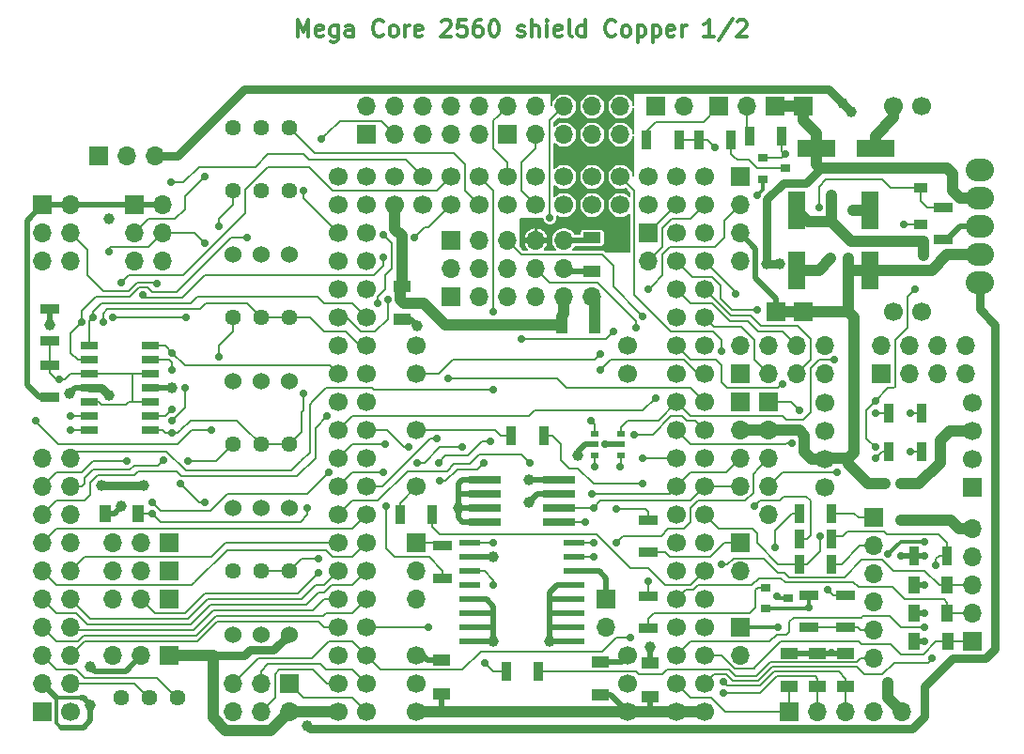
<source format=gbr>
G04 #@! TF.GenerationSoftware,KiCad,Pcbnew,(5.1.5)-3*
G04 #@! TF.CreationDate,2021-04-18T18:31:53+02:00*
G04 #@! TF.ProjectId,Mega_2560 core mini_full_2.2,4d656761-5f32-4353-9630-20636f726520,2.2*
G04 #@! TF.SameCoordinates,Original*
G04 #@! TF.FileFunction,Copper,L1,Top*
G04 #@! TF.FilePolarity,Positive*
%FSLAX46Y46*%
G04 Gerber Fmt 4.6, Leading zero omitted, Abs format (unit mm)*
G04 Created by KiCad (PCBNEW (5.1.5)-3) date 2021-04-18 18:31:53*
%MOMM*%
%LPD*%
G04 APERTURE LIST*
%ADD10C,0.300000*%
%ADD11R,1.700000X1.700000*%
%ADD12O,1.700000X1.700000*%
%ADD13R,1.200000X0.900000*%
%ADD14C,1.700000*%
%ADD15R,1.000000X1.600000*%
%ADD16R,1.600000X1.000000*%
%ADD17C,1.524000*%
%ADD18C,1.440000*%
%ADD19R,3.500000X1.600000*%
%ADD20R,1.600000X3.500000*%
%ADD21R,1.700000X0.900000*%
%ADD22R,0.900000X1.700000*%
%ADD23R,0.900000X0.800000*%
%ADD24R,0.800000X0.550000*%
%ADD25O,2.540000X2.032000*%
%ADD26R,1.597660X0.698500*%
%ADD27R,3.000000X0.650000*%
%ADD28R,1.980000X0.530000*%
%ADD29C,0.700000*%
%ADD30C,1.000000*%
%ADD31C,0.500000*%
%ADD32C,0.310000*%
%ADD33C,1.000000*%
%ADD34C,0.750000*%
%ADD35C,0.210000*%
G04 APERTURE END LIST*
D10*
X165683234Y-58113051D02*
X165683234Y-56613051D01*
X166183234Y-57684480D01*
X166683234Y-56613051D01*
X166683234Y-58113051D01*
X167968948Y-58041622D02*
X167826091Y-58113051D01*
X167540377Y-58113051D01*
X167397520Y-58041622D01*
X167326091Y-57898765D01*
X167326091Y-57327337D01*
X167397520Y-57184480D01*
X167540377Y-57113051D01*
X167826091Y-57113051D01*
X167968948Y-57184480D01*
X168040377Y-57327337D01*
X168040377Y-57470194D01*
X167326091Y-57613051D01*
X169326091Y-57113051D02*
X169326091Y-58327337D01*
X169254662Y-58470194D01*
X169183234Y-58541622D01*
X169040377Y-58613051D01*
X168826091Y-58613051D01*
X168683234Y-58541622D01*
X169326091Y-58041622D02*
X169183234Y-58113051D01*
X168897520Y-58113051D01*
X168754662Y-58041622D01*
X168683234Y-57970194D01*
X168611805Y-57827337D01*
X168611805Y-57398765D01*
X168683234Y-57255908D01*
X168754662Y-57184480D01*
X168897520Y-57113051D01*
X169183234Y-57113051D01*
X169326091Y-57184480D01*
X170683234Y-58113051D02*
X170683234Y-57327337D01*
X170611805Y-57184480D01*
X170468948Y-57113051D01*
X170183234Y-57113051D01*
X170040377Y-57184480D01*
X170683234Y-58041622D02*
X170540377Y-58113051D01*
X170183234Y-58113051D01*
X170040377Y-58041622D01*
X169968948Y-57898765D01*
X169968948Y-57755908D01*
X170040377Y-57613051D01*
X170183234Y-57541622D01*
X170540377Y-57541622D01*
X170683234Y-57470194D01*
X173397520Y-57970194D02*
X173326091Y-58041622D01*
X173111805Y-58113051D01*
X172968948Y-58113051D01*
X172754662Y-58041622D01*
X172611805Y-57898765D01*
X172540377Y-57755908D01*
X172468948Y-57470194D01*
X172468948Y-57255908D01*
X172540377Y-56970194D01*
X172611805Y-56827337D01*
X172754662Y-56684480D01*
X172968948Y-56613051D01*
X173111805Y-56613051D01*
X173326091Y-56684480D01*
X173397520Y-56755908D01*
X174254662Y-58113051D02*
X174111805Y-58041622D01*
X174040377Y-57970194D01*
X173968948Y-57827337D01*
X173968948Y-57398765D01*
X174040377Y-57255908D01*
X174111805Y-57184480D01*
X174254662Y-57113051D01*
X174468948Y-57113051D01*
X174611805Y-57184480D01*
X174683234Y-57255908D01*
X174754662Y-57398765D01*
X174754662Y-57827337D01*
X174683234Y-57970194D01*
X174611805Y-58041622D01*
X174468948Y-58113051D01*
X174254662Y-58113051D01*
X175397520Y-58113051D02*
X175397520Y-57113051D01*
X175397520Y-57398765D02*
X175468948Y-57255908D01*
X175540377Y-57184480D01*
X175683234Y-57113051D01*
X175826091Y-57113051D01*
X176897520Y-58041622D02*
X176754662Y-58113051D01*
X176468948Y-58113051D01*
X176326091Y-58041622D01*
X176254662Y-57898765D01*
X176254662Y-57327337D01*
X176326091Y-57184480D01*
X176468948Y-57113051D01*
X176754662Y-57113051D01*
X176897520Y-57184480D01*
X176968948Y-57327337D01*
X176968948Y-57470194D01*
X176254662Y-57613051D01*
X178683234Y-56755908D02*
X178754662Y-56684480D01*
X178897520Y-56613051D01*
X179254662Y-56613051D01*
X179397520Y-56684480D01*
X179468948Y-56755908D01*
X179540377Y-56898765D01*
X179540377Y-57041622D01*
X179468948Y-57255908D01*
X178611805Y-58113051D01*
X179540377Y-58113051D01*
X180897520Y-56613051D02*
X180183234Y-56613051D01*
X180111805Y-57327337D01*
X180183234Y-57255908D01*
X180326091Y-57184480D01*
X180683234Y-57184480D01*
X180826091Y-57255908D01*
X180897520Y-57327337D01*
X180968948Y-57470194D01*
X180968948Y-57827337D01*
X180897520Y-57970194D01*
X180826091Y-58041622D01*
X180683234Y-58113051D01*
X180326091Y-58113051D01*
X180183234Y-58041622D01*
X180111805Y-57970194D01*
X182254662Y-56613051D02*
X181968948Y-56613051D01*
X181826091Y-56684480D01*
X181754662Y-56755908D01*
X181611805Y-56970194D01*
X181540377Y-57255908D01*
X181540377Y-57827337D01*
X181611805Y-57970194D01*
X181683234Y-58041622D01*
X181826091Y-58113051D01*
X182111805Y-58113051D01*
X182254662Y-58041622D01*
X182326091Y-57970194D01*
X182397520Y-57827337D01*
X182397520Y-57470194D01*
X182326091Y-57327337D01*
X182254662Y-57255908D01*
X182111805Y-57184480D01*
X181826091Y-57184480D01*
X181683234Y-57255908D01*
X181611805Y-57327337D01*
X181540377Y-57470194D01*
X183326091Y-56613051D02*
X183468948Y-56613051D01*
X183611805Y-56684480D01*
X183683234Y-56755908D01*
X183754662Y-56898765D01*
X183826091Y-57184480D01*
X183826091Y-57541622D01*
X183754662Y-57827337D01*
X183683234Y-57970194D01*
X183611805Y-58041622D01*
X183468948Y-58113051D01*
X183326091Y-58113051D01*
X183183234Y-58041622D01*
X183111805Y-57970194D01*
X183040377Y-57827337D01*
X182968948Y-57541622D01*
X182968948Y-57184480D01*
X183040377Y-56898765D01*
X183111805Y-56755908D01*
X183183234Y-56684480D01*
X183326091Y-56613051D01*
X185540377Y-58041622D02*
X185683234Y-58113051D01*
X185968948Y-58113051D01*
X186111805Y-58041622D01*
X186183234Y-57898765D01*
X186183234Y-57827337D01*
X186111805Y-57684480D01*
X185968948Y-57613051D01*
X185754662Y-57613051D01*
X185611805Y-57541622D01*
X185540377Y-57398765D01*
X185540377Y-57327337D01*
X185611805Y-57184480D01*
X185754662Y-57113051D01*
X185968948Y-57113051D01*
X186111805Y-57184480D01*
X186826091Y-58113051D02*
X186826091Y-56613051D01*
X187468948Y-58113051D02*
X187468948Y-57327337D01*
X187397520Y-57184480D01*
X187254662Y-57113051D01*
X187040377Y-57113051D01*
X186897520Y-57184480D01*
X186826091Y-57255908D01*
X188183234Y-58113051D02*
X188183234Y-57113051D01*
X188183234Y-56613051D02*
X188111805Y-56684480D01*
X188183234Y-56755908D01*
X188254662Y-56684480D01*
X188183234Y-56613051D01*
X188183234Y-56755908D01*
X189468948Y-58041622D02*
X189326091Y-58113051D01*
X189040377Y-58113051D01*
X188897520Y-58041622D01*
X188826091Y-57898765D01*
X188826091Y-57327337D01*
X188897520Y-57184480D01*
X189040377Y-57113051D01*
X189326091Y-57113051D01*
X189468948Y-57184480D01*
X189540377Y-57327337D01*
X189540377Y-57470194D01*
X188826091Y-57613051D01*
X190397520Y-58113051D02*
X190254662Y-58041622D01*
X190183234Y-57898765D01*
X190183234Y-56613051D01*
X191611805Y-58113051D02*
X191611805Y-56613051D01*
X191611805Y-58041622D02*
X191468948Y-58113051D01*
X191183234Y-58113051D01*
X191040377Y-58041622D01*
X190968948Y-57970194D01*
X190897520Y-57827337D01*
X190897520Y-57398765D01*
X190968948Y-57255908D01*
X191040377Y-57184480D01*
X191183234Y-57113051D01*
X191468948Y-57113051D01*
X191611805Y-57184480D01*
X194326091Y-57970194D02*
X194254662Y-58041622D01*
X194040377Y-58113051D01*
X193897520Y-58113051D01*
X193683234Y-58041622D01*
X193540377Y-57898765D01*
X193468948Y-57755908D01*
X193397520Y-57470194D01*
X193397520Y-57255908D01*
X193468948Y-56970194D01*
X193540377Y-56827337D01*
X193683234Y-56684480D01*
X193897520Y-56613051D01*
X194040377Y-56613051D01*
X194254662Y-56684480D01*
X194326091Y-56755908D01*
X195183234Y-58113051D02*
X195040377Y-58041622D01*
X194968948Y-57970194D01*
X194897520Y-57827337D01*
X194897520Y-57398765D01*
X194968948Y-57255908D01*
X195040377Y-57184480D01*
X195183234Y-57113051D01*
X195397520Y-57113051D01*
X195540377Y-57184480D01*
X195611805Y-57255908D01*
X195683234Y-57398765D01*
X195683234Y-57827337D01*
X195611805Y-57970194D01*
X195540377Y-58041622D01*
X195397520Y-58113051D01*
X195183234Y-58113051D01*
X196326091Y-57113051D02*
X196326091Y-58613051D01*
X196326091Y-57184480D02*
X196468948Y-57113051D01*
X196754662Y-57113051D01*
X196897520Y-57184480D01*
X196968948Y-57255908D01*
X197040377Y-57398765D01*
X197040377Y-57827337D01*
X196968948Y-57970194D01*
X196897520Y-58041622D01*
X196754662Y-58113051D01*
X196468948Y-58113051D01*
X196326091Y-58041622D01*
X197683234Y-57113051D02*
X197683234Y-58613051D01*
X197683234Y-57184480D02*
X197826091Y-57113051D01*
X198111805Y-57113051D01*
X198254662Y-57184480D01*
X198326091Y-57255908D01*
X198397520Y-57398765D01*
X198397520Y-57827337D01*
X198326091Y-57970194D01*
X198254662Y-58041622D01*
X198111805Y-58113051D01*
X197826091Y-58113051D01*
X197683234Y-58041622D01*
X199611805Y-58041622D02*
X199468948Y-58113051D01*
X199183234Y-58113051D01*
X199040377Y-58041622D01*
X198968948Y-57898765D01*
X198968948Y-57327337D01*
X199040377Y-57184480D01*
X199183234Y-57113051D01*
X199468948Y-57113051D01*
X199611805Y-57184480D01*
X199683234Y-57327337D01*
X199683234Y-57470194D01*
X198968948Y-57613051D01*
X200326091Y-58113051D02*
X200326091Y-57113051D01*
X200326091Y-57398765D02*
X200397520Y-57255908D01*
X200468948Y-57184480D01*
X200611805Y-57113051D01*
X200754662Y-57113051D01*
X203183234Y-58113051D02*
X202326091Y-58113051D01*
X202754662Y-58113051D02*
X202754662Y-56613051D01*
X202611805Y-56827337D01*
X202468948Y-56970194D01*
X202326091Y-57041622D01*
X204897520Y-56541622D02*
X203611805Y-58470194D01*
X205326091Y-56755908D02*
X205397520Y-56684480D01*
X205540377Y-56613051D01*
X205897520Y-56613051D01*
X206040377Y-56684480D01*
X206111805Y-56755908D01*
X206183234Y-56898765D01*
X206183234Y-57041622D01*
X206111805Y-57255908D01*
X205254662Y-58113051D01*
X206183234Y-58113051D01*
D11*
X208122520Y-91089480D03*
D12*
X208122520Y-93629480D03*
X208122520Y-96169480D03*
X208122520Y-98709480D03*
X208122520Y-101249480D03*
D13*
X221838520Y-71786480D03*
X221838520Y-75086480D03*
D11*
X205582520Y-70769480D03*
D12*
X205582520Y-73309480D03*
X205582520Y-75849480D03*
X205582520Y-78389480D03*
D14*
X195422520Y-86009480D03*
X195422520Y-88549480D03*
X176372520Y-86009480D03*
X176372520Y-88549480D03*
X176372520Y-93629480D03*
X176372520Y-98709480D03*
X176372520Y-113949480D03*
X176372520Y-116489480D03*
X176372520Y-119029480D03*
X195422520Y-119029480D03*
X195422520Y-116489480D03*
X195422520Y-113949480D03*
D15*
X224227520Y-110139480D03*
X221227520Y-110139480D03*
X224227520Y-107599480D03*
X221227520Y-107599480D03*
D16*
X215107520Y-116719480D03*
X215107520Y-113719480D03*
X212567520Y-116719480D03*
X212567520Y-113719480D03*
X210027520Y-116719480D03*
X210027520Y-113719480D03*
D11*
X205582520Y-111409480D03*
D12*
X205582520Y-113949480D03*
D11*
X205582520Y-103789480D03*
D12*
X205582520Y-106329480D03*
D11*
X205582520Y-91089480D03*
D12*
X205582520Y-93629480D03*
X205582520Y-96169480D03*
X205582520Y-98709480D03*
D11*
X203677520Y-64419480D03*
D12*
X206217520Y-64419480D03*
D11*
X197962520Y-64419480D03*
D12*
X200502520Y-64419480D03*
D16*
X197454520Y-114608480D03*
X197454520Y-117608480D03*
X193009520Y-117481480D03*
X193009520Y-114481480D03*
X178658520Y-117354480D03*
X178658520Y-114354480D03*
D11*
X193517520Y-108869480D03*
D12*
X193517520Y-111409480D03*
D11*
X147797520Y-68864480D03*
D12*
X150337520Y-68864480D03*
X152877520Y-68864480D03*
D11*
X142717520Y-119029480D03*
D12*
X145257520Y-116489480D03*
X142717520Y-116489480D03*
X145257520Y-113949480D03*
X142717520Y-113949480D03*
X145257520Y-111409480D03*
X142717520Y-111409480D03*
X145257520Y-108869480D03*
X142717520Y-108869480D03*
X145257520Y-106329480D03*
X142717520Y-106329480D03*
X145257520Y-103789480D03*
X142717520Y-103789480D03*
X145257520Y-101249480D03*
X142717520Y-101249480D03*
X145257520Y-98709480D03*
X142717520Y-98709480D03*
X145257520Y-96169480D03*
X142717520Y-96169480D03*
D14*
X145257520Y-119029480D03*
D15*
X151329520Y-101122480D03*
X148329520Y-101122480D03*
D11*
X154147520Y-103789480D03*
D12*
X151607520Y-103789480D03*
X149067520Y-103789480D03*
D11*
X154147520Y-106329480D03*
D12*
X151607520Y-106329480D03*
X149067520Y-106329480D03*
D11*
X154147520Y-108869480D03*
D12*
X151607520Y-108869480D03*
X149067520Y-108869480D03*
D11*
X154147520Y-113949480D03*
D12*
X151607520Y-113949480D03*
X149067520Y-113949480D03*
D11*
X164942520Y-116489480D03*
D12*
X164942520Y-119029480D03*
X162402520Y-116489480D03*
X162402520Y-119029480D03*
X159862520Y-116489480D03*
X159862520Y-119029480D03*
D17*
X162402520Y-112044480D03*
X164942520Y-112044480D03*
X159862520Y-112044480D03*
D18*
X159862520Y-106329480D03*
X162402520Y-106329480D03*
X164942520Y-106329480D03*
D17*
X162402520Y-100614480D03*
X164942520Y-100614480D03*
X159862520Y-100614480D03*
D18*
X159862520Y-94899480D03*
X162402520Y-94899480D03*
X164942520Y-94899480D03*
D17*
X162402520Y-89184480D03*
X164942520Y-89184480D03*
X159862520Y-89184480D03*
D18*
X159862520Y-83469480D03*
X162402520Y-83469480D03*
X164942520Y-83469480D03*
X159862520Y-72039480D03*
X162402520Y-72039480D03*
X164942520Y-72039480D03*
D17*
X162402520Y-77754480D03*
X164942520Y-77754480D03*
X159862520Y-77754480D03*
D11*
X205582520Y-88549480D03*
D12*
X205582520Y-86009480D03*
X208122520Y-88549480D03*
X208122520Y-86009480D03*
X210662520Y-88549480D03*
X210662520Y-86009480D03*
X213202520Y-88549480D03*
X213202520Y-86009480D03*
D11*
X171927520Y-66959480D03*
D12*
X171927520Y-64419480D03*
X174467520Y-66959480D03*
X174467520Y-64419480D03*
X177007520Y-66959480D03*
X177007520Y-64419480D03*
X179547520Y-66959480D03*
X179547520Y-64419480D03*
X182087520Y-66959480D03*
X182087520Y-64419480D03*
D11*
X184627520Y-66959480D03*
D12*
X184627520Y-64419480D03*
X187167520Y-66959480D03*
X187167520Y-64419480D03*
X189707520Y-66959480D03*
X189707520Y-64419480D03*
X192247520Y-66959480D03*
X192247520Y-64419480D03*
X194787520Y-66959480D03*
X194787520Y-64419480D03*
D11*
X218282520Y-88549480D03*
D12*
X218282520Y-86009480D03*
X220822520Y-88549480D03*
X220822520Y-86009480D03*
X223362520Y-88549480D03*
X223362520Y-86009480D03*
X225902520Y-88549480D03*
X225902520Y-86009480D03*
D19*
X212407520Y-68229480D03*
X217807520Y-68229480D03*
D16*
X192247520Y-79254480D03*
X192247520Y-76254480D03*
D20*
X217266520Y-79184480D03*
X217266520Y-73784480D03*
X210662520Y-73784480D03*
X210662520Y-79184480D03*
D15*
X224267020Y-112679480D03*
X221267020Y-112679480D03*
D21*
X211805520Y-111388480D03*
X211805520Y-108488480D03*
X215107520Y-111409480D03*
X215107520Y-108509480D03*
D11*
X217647520Y-101503480D03*
D12*
X217647520Y-104043480D03*
X217647520Y-106583480D03*
X217647520Y-109123480D03*
X217647520Y-111663480D03*
X217647520Y-114203480D03*
X192247520Y-81564480D03*
X189707520Y-81564480D03*
X187167520Y-81564480D03*
X184627520Y-81564480D03*
X182087520Y-81564480D03*
D11*
X179547520Y-81564480D03*
D22*
X210937520Y-105694480D03*
X213837520Y-105694480D03*
X184521520Y-115346480D03*
X187421520Y-115346480D03*
D14*
X187167520Y-73309480D03*
X189707520Y-73309480D03*
X192247520Y-73309480D03*
X194787520Y-73309480D03*
X197327520Y-73309480D03*
X184627520Y-73309480D03*
X182087520Y-73309480D03*
X179547520Y-73309480D03*
X177007520Y-73309480D03*
X174467520Y-73309480D03*
X197327520Y-70769480D03*
X194787520Y-70769480D03*
X192247520Y-70769480D03*
X189707520Y-70769480D03*
X187167520Y-70769480D03*
X184627520Y-70769480D03*
X182087520Y-70769480D03*
X179547520Y-70769480D03*
X177007520Y-70769480D03*
X174467520Y-70769480D03*
X199867520Y-70769480D03*
X199867520Y-73309480D03*
X199867520Y-75849480D03*
X199867520Y-78389480D03*
X199867520Y-80929480D03*
X199867520Y-83469480D03*
X199867520Y-86009480D03*
X199867520Y-88549480D03*
X199867520Y-91089480D03*
X199867520Y-93629480D03*
X199867520Y-96169480D03*
X199867520Y-98709480D03*
X199867520Y-101249480D03*
X199867520Y-103789480D03*
X199867520Y-106329480D03*
X199867520Y-108869480D03*
X199867520Y-111409480D03*
X199867520Y-113949480D03*
X199867520Y-116489480D03*
X199867520Y-119029480D03*
X202407520Y-70769480D03*
X202407520Y-73309480D03*
X202407520Y-75849480D03*
X202407520Y-78389480D03*
X202407520Y-80929480D03*
X202407520Y-83469480D03*
X202407520Y-86009480D03*
X202407520Y-88549480D03*
X202407520Y-91089480D03*
X202407520Y-93629480D03*
X202407520Y-96169480D03*
X202407520Y-98709480D03*
X202407520Y-101249480D03*
X202407520Y-103789480D03*
X202407520Y-106329480D03*
X202407520Y-108869480D03*
X202407520Y-111409480D03*
X202407520Y-113949480D03*
X202407520Y-116489480D03*
X202407520Y-119029480D03*
X171927520Y-70769480D03*
X171927520Y-73309480D03*
X171927520Y-75849480D03*
X171927520Y-78389480D03*
X171927520Y-80929480D03*
X171927520Y-83469480D03*
X171927520Y-86009480D03*
X171927520Y-88549480D03*
X171927520Y-91089480D03*
X171927520Y-93629480D03*
X171927520Y-96169480D03*
X171927520Y-98709480D03*
X171927520Y-101249480D03*
X171927520Y-103789480D03*
X171927520Y-106329480D03*
X171927520Y-108869480D03*
X171927520Y-111409480D03*
X171927520Y-113949480D03*
X171927520Y-116489480D03*
X171927520Y-119029480D03*
X169387520Y-119029480D03*
X169387520Y-116489480D03*
X169387520Y-113949480D03*
X169387520Y-111409480D03*
X169387520Y-108869480D03*
X169387520Y-106329480D03*
X169387520Y-103789480D03*
X169387520Y-101249480D03*
X169387520Y-98709480D03*
X169387520Y-96169480D03*
X169387520Y-93629480D03*
X169387520Y-91089480D03*
X169387520Y-88549480D03*
X169387520Y-86009480D03*
X169387520Y-83469480D03*
X169387520Y-80929480D03*
X169387520Y-78389480D03*
X169387520Y-75849480D03*
X169387520Y-73309480D03*
X169387520Y-70769480D03*
D11*
X208757520Y-64419480D03*
X208767520Y-82961480D03*
X211297520Y-64419480D03*
X211297520Y-82961480D03*
D14*
X219425520Y-64419480D03*
X219425520Y-82961480D03*
X221965520Y-64419480D03*
X221965520Y-82961480D03*
D23*
X209884520Y-108742480D03*
X207884520Y-109692480D03*
X207884520Y-107792480D03*
X207630520Y-69057480D03*
X207630520Y-70957480D03*
X209630520Y-70007480D03*
D22*
X204746520Y-67467480D03*
X201846520Y-67467480D03*
X174922520Y-101249480D03*
X177822520Y-101249480D03*
X187855520Y-94137480D03*
X184955520Y-94137480D03*
X210916520Y-101122480D03*
X213816520Y-101122480D03*
X221891520Y-95534480D03*
X218991520Y-95534480D03*
D21*
X197327520Y-101704480D03*
X197327520Y-104604480D03*
X197327520Y-108562480D03*
X197327520Y-111462480D03*
D22*
X218991520Y-92105480D03*
X221891520Y-92105480D03*
D21*
X223870520Y-73510480D03*
X223870520Y-76410480D03*
D22*
X209318520Y-67086480D03*
X206418520Y-67086480D03*
D21*
X143352520Y-87734480D03*
X143352520Y-90634480D03*
X143352520Y-82654480D03*
X143352520Y-85554480D03*
D22*
X224177520Y-104932480D03*
X221277520Y-104932480D03*
X197147520Y-67467480D03*
X200047520Y-67467480D03*
D24*
X192444520Y-93949480D03*
X192444520Y-94899480D03*
X192444520Y-95849480D03*
X194844520Y-95849480D03*
X194844520Y-94899480D03*
X194844520Y-93949480D03*
D25*
X227172520Y-70134480D03*
X227172520Y-72674480D03*
X227172520Y-75214480D03*
X227172520Y-77754480D03*
X227172520Y-80294480D03*
D26*
X146954240Y-86012020D03*
X146954240Y-87282020D03*
X146954240Y-88552020D03*
X146954240Y-89819480D03*
X146954240Y-91086940D03*
X146954240Y-92356940D03*
X146954240Y-93626940D03*
X152450800Y-93626940D03*
X152450800Y-92356940D03*
X152450800Y-91086940D03*
X152450800Y-89819480D03*
X152450800Y-88552020D03*
X152450800Y-87282020D03*
X152450800Y-86012020D03*
D27*
X189247520Y-98074480D03*
X189247520Y-99344480D03*
X189247520Y-100614480D03*
X189247520Y-101884480D03*
X182547520Y-101884480D03*
X182547520Y-100614480D03*
X182547520Y-99344480D03*
X182547520Y-98074480D03*
D28*
X181212520Y-103789480D03*
X181212520Y-105059480D03*
X181212520Y-106329480D03*
X181212520Y-107599480D03*
X181212520Y-108869480D03*
X181212520Y-110139480D03*
X181212520Y-111409480D03*
X181212520Y-112679480D03*
X190582520Y-112679480D03*
X190582520Y-111409480D03*
X190582520Y-110139480D03*
X190582520Y-108869480D03*
X190582520Y-107599480D03*
X190582520Y-106329480D03*
X190582520Y-105059480D03*
X190582520Y-103789480D03*
D11*
X179547520Y-76484480D03*
D12*
X179547520Y-79024480D03*
X182087520Y-76484480D03*
X182087520Y-79024480D03*
X184627520Y-76484480D03*
X184627520Y-79024480D03*
X187167520Y-76484480D03*
X187167520Y-79024480D03*
X189707520Y-76484480D03*
X189707520Y-79024480D03*
D14*
X226537520Y-91152980D03*
X226537520Y-93692980D03*
X226537520Y-96232980D03*
D11*
X226537520Y-98772980D03*
D14*
X213202520Y-91102180D03*
X213202520Y-93642180D03*
X213202520Y-96182180D03*
X213202520Y-98722180D03*
X213202520Y-98722180D03*
X213202520Y-96182180D03*
X213202520Y-93642180D03*
X213202520Y-91102180D03*
D22*
X210916520Y-103408480D03*
X213816520Y-103408480D03*
D11*
X142717520Y-73309480D03*
D12*
X145257520Y-73309480D03*
X142717520Y-75849480D03*
X145257520Y-75849480D03*
X142717520Y-78389480D03*
X145257520Y-78389480D03*
D11*
X150972520Y-73309480D03*
D12*
X153512520Y-73309480D03*
X150972520Y-75849480D03*
X153512520Y-75849480D03*
X150972520Y-78389480D03*
X153512520Y-78389480D03*
D18*
X159862520Y-66324480D03*
X162402520Y-66324480D03*
X164942520Y-66324480D03*
X154909520Y-117759480D03*
X152369520Y-117759480D03*
X149829520Y-117759480D03*
D12*
X220187520Y-119029480D03*
X217647520Y-119029480D03*
X215107520Y-119029480D03*
X212567520Y-119029480D03*
D11*
X210027520Y-119029480D03*
X226537520Y-112679480D03*
D12*
X226537520Y-110139480D03*
X226537520Y-107599480D03*
X226537520Y-105059480D03*
X226537520Y-102519480D03*
D11*
X197327520Y-75849480D03*
D12*
X197327520Y-78389480D03*
D11*
X176372520Y-103789480D03*
D12*
X176372520Y-106329480D03*
X176372520Y-108869480D03*
D21*
X178785520Y-104043480D03*
X178785520Y-106943480D03*
D15*
X189477520Y-84104480D03*
X192477520Y-84104480D03*
D16*
X175102520Y-83596480D03*
X175102520Y-80596480D03*
D29*
X207106520Y-72420480D03*
D30*
X213710520Y-78135480D03*
X154401520Y-89819480D03*
X176499520Y-84231480D03*
X215742520Y-73817480D03*
X190977520Y-95915480D03*
X188437520Y-112679480D03*
X183357520Y-112679480D03*
X186532520Y-100106480D03*
X197454520Y-113187480D03*
X149829520Y-100487480D03*
X148686520Y-74579480D03*
X143352520Y-84104480D03*
D29*
X213837520Y-113695480D03*
D30*
X180182520Y-100614492D03*
D29*
X211805524Y-109631480D03*
X222219520Y-107599480D03*
X222219520Y-112679480D03*
X222219520Y-110139478D03*
D30*
X148686520Y-90454480D03*
X148051520Y-98582480D03*
X151861520Y-98582480D03*
X215361520Y-79278480D03*
X215361520Y-78135480D03*
X224251520Y-77754480D03*
X189707520Y-119029480D03*
X191104520Y-119029480D03*
X186532520Y-98074480D03*
X145130520Y-90327480D03*
D29*
X215869520Y-91851480D03*
X215869520Y-95661480D03*
D30*
X215869520Y-88549480D03*
D29*
X220060520Y-104932476D03*
D30*
X220060520Y-101757480D03*
D29*
X222219512Y-104932480D03*
X193404558Y-94899480D03*
D30*
X218917520Y-116362480D03*
X220060510Y-98455480D03*
X218663520Y-98455480D03*
X183357520Y-105015467D03*
D29*
X153639520Y-96296480D03*
X154401520Y-92740480D03*
X155544520Y-89819480D03*
D30*
X209138520Y-78643494D03*
X207995520Y-78643470D03*
D29*
X194406520Y-100741480D03*
X194787520Y-96931480D03*
X144241520Y-89057480D03*
X146273520Y-83850480D03*
X161132520Y-76230480D03*
X149067520Y-83469480D03*
X155671520Y-83469480D03*
X145257520Y-92359480D03*
X154401520Y-91724480D03*
X154401520Y-88144480D03*
X158592520Y-75214480D03*
X158592520Y-87025480D03*
X155798520Y-96423480D03*
X183357514Y-107599480D03*
X183357520Y-103789480D03*
X157957520Y-93629480D03*
X142082520Y-92740480D03*
X153004520Y-80421480D03*
X155163520Y-98455480D03*
X157322520Y-100106480D03*
X157322520Y-70769480D03*
X157322520Y-76738480D03*
X148686520Y-77500480D03*
X150337520Y-96423480D03*
X151734520Y-81437480D03*
X173451520Y-78008480D03*
X176245520Y-76230480D03*
X168371520Y-92359480D03*
X173451520Y-75976480D03*
X172943520Y-82199480D03*
X183357520Y-82961480D03*
X183357520Y-89946480D03*
X149829520Y-80294480D03*
X154274520Y-71277480D03*
X179293520Y-88930480D03*
X180563520Y-95153480D03*
X176499520Y-96550480D03*
X182468520Y-96550480D03*
X178531520Y-98201480D03*
X178404520Y-96550480D03*
X183103520Y-94645480D03*
X167609520Y-106456480D03*
X168498520Y-97439480D03*
X152623520Y-100106480D03*
X166593520Y-100614480D03*
X152623520Y-101122480D03*
X204058528Y-117286836D03*
X204028510Y-116304501D03*
X203931520Y-105694480D03*
X147289520Y-83469480D03*
X145260060Y-93626940D03*
X148178520Y-83850480D03*
X154401520Y-93883480D03*
X166212520Y-90327480D03*
X167609520Y-105186480D03*
X154401520Y-86644480D03*
X207108232Y-82728490D03*
X188437520Y-74452480D03*
X186659520Y-96550480D03*
X173832520Y-81818480D03*
X166222553Y-72039480D03*
X167863520Y-67340480D03*
X192120520Y-92740480D03*
X194152520Y-84739480D03*
X196819520Y-96169480D03*
X185897520Y-85374480D03*
X192247520Y-99344480D03*
X191612520Y-101884480D03*
X192374520Y-105059480D03*
X196184504Y-84358480D03*
X196819520Y-98455480D03*
X222219520Y-111409480D03*
X220949518Y-95534480D03*
X205201510Y-81310480D03*
X193009520Y-88168480D03*
X192501516Y-96931480D03*
X197327520Y-107218480D03*
X196057520Y-94010480D03*
X192374520Y-103789480D03*
X192374520Y-100614480D03*
X196819520Y-83342480D03*
X178277520Y-94391480D03*
X173451520Y-97439480D03*
X173578520Y-94899480D03*
X197962520Y-90708480D03*
D30*
X147035520Y-114965480D03*
X147035520Y-118394480D03*
X166593520Y-120299480D03*
X215615520Y-64927480D03*
X214853520Y-64165480D03*
X213837520Y-74833480D03*
X222092520Y-76611480D03*
X222092520Y-77881480D03*
X213837520Y-72420480D03*
D29*
X193009520Y-86771480D03*
X197327520Y-80929480D03*
X208757520Y-104170480D03*
X212806476Y-103154480D03*
X223235512Y-105821480D03*
X221330520Y-80929480D03*
X217774520Y-90962480D03*
X217774520Y-95153480D03*
X210281520Y-94772480D03*
X217774520Y-92105480D03*
X209392520Y-89438480D03*
X203931520Y-86517480D03*
X206852520Y-100487480D03*
X194406520Y-103789480D03*
X195676520Y-112298480D03*
X214345520Y-97439480D03*
X210916520Y-91851470D03*
X217774520Y-96169480D03*
X208854235Y-108556810D03*
X209011522Y-111409480D03*
X203296520Y-68102480D03*
X220314520Y-75087480D03*
X209646520Y-68737480D03*
X212694520Y-73563480D03*
X214091520Y-87279480D03*
X222854520Y-114203480D03*
X220949520Y-92105480D03*
X213456520Y-107980484D03*
X177515520Y-111409480D03*
X182595520Y-114584480D03*
X222219520Y-103692480D03*
X218917520Y-104805480D03*
X173705520Y-100487480D03*
X175737520Y-95153480D03*
D31*
X223870520Y-76410480D02*
X224198520Y-76410480D01*
X224198520Y-76410480D02*
X225394520Y-75214480D01*
X225394520Y-75214480D02*
X227172520Y-75214480D01*
D32*
X207630520Y-70957480D02*
X207630520Y-71896480D01*
X207630520Y-71896480D02*
X207106520Y-72420480D01*
D31*
X152450800Y-89819480D02*
X154147520Y-89819480D01*
X154147520Y-89819480D02*
X154401520Y-89819480D01*
X171927520Y-70769480D02*
X171927520Y-70515480D01*
X174975520Y-83572480D02*
X175840520Y-83572480D01*
X176499520Y-84231480D02*
X175840520Y-83572480D01*
D33*
X217266520Y-73784480D02*
X215836520Y-73784480D01*
X215836520Y-73784480D02*
X215742520Y-73817480D01*
D31*
X192444520Y-94899480D02*
X191612520Y-94899480D01*
X190977520Y-95534480D02*
X190977520Y-95915480D01*
X191612520Y-94899480D02*
X190977520Y-95534480D01*
X192247520Y-76254480D02*
X192017520Y-76484480D01*
X192017520Y-76484480D02*
X189707520Y-76484480D01*
X193009520Y-114481480D02*
X194890520Y-114481480D01*
X194890520Y-114481480D02*
X195422520Y-113949480D01*
X176372520Y-113949480D02*
X177007520Y-113949480D01*
X177007520Y-113949480D02*
X177412520Y-114354480D01*
X178658520Y-114354480D02*
X177412520Y-114354480D01*
X215107520Y-113719480D02*
X215131520Y-113695480D01*
X190582520Y-108869480D02*
X188437520Y-108869480D01*
X190582520Y-110139480D02*
X188437520Y-110139480D01*
X190582520Y-111409480D02*
X188437520Y-111409480D01*
X190582520Y-107599480D02*
X189072520Y-107599480D01*
X188437520Y-112679480D02*
X190582520Y-112679480D01*
X188437520Y-108234480D02*
X188437520Y-108869480D01*
X188437520Y-108869480D02*
X188437520Y-110139480D01*
X188437520Y-110139480D02*
X188437520Y-111409480D01*
X188437520Y-111409480D02*
X188437520Y-112679480D01*
X189072520Y-107599480D02*
X188437520Y-108234480D01*
X181212520Y-111409480D02*
X183357520Y-111409480D01*
X181212520Y-110139480D02*
X183357520Y-110139480D01*
X181212520Y-108869480D02*
X182722520Y-108869480D01*
X183357520Y-112679480D02*
X181212520Y-112679480D01*
X183357520Y-109504480D02*
X183357520Y-110139480D01*
X183357520Y-110139480D02*
X183357520Y-111409480D01*
X183357520Y-111409480D02*
X183357520Y-112679480D01*
X182722520Y-108869480D02*
X183357520Y-109504480D01*
X187294520Y-99344480D02*
X189247520Y-99344480D01*
X186532520Y-100106480D02*
X187294520Y-99344480D01*
X182547520Y-100614480D02*
X180182520Y-100614480D01*
X180182520Y-100614480D02*
X180309520Y-100614480D01*
X180309520Y-100614480D02*
X180182520Y-100614480D01*
X182547520Y-99344480D02*
X180182520Y-99344480D01*
X180182520Y-99344480D02*
X180182520Y-99471480D01*
X182547520Y-98074480D02*
X180563520Y-98074480D01*
X180182520Y-98455480D02*
X180182520Y-99471480D01*
X180182520Y-99471480D02*
X180182520Y-100614480D01*
X180563520Y-98074480D02*
X180182520Y-98455480D01*
X197454520Y-114608480D02*
X197454520Y-113187480D01*
X148329520Y-101122480D02*
X149194520Y-101122480D01*
X149194520Y-101122480D02*
X149829520Y-100487480D01*
X143352520Y-82654480D02*
X143352520Y-84104480D01*
X210027520Y-113719480D02*
X212567520Y-113719480D01*
X215107520Y-113719480D02*
X215210520Y-113822480D01*
X213861520Y-113719480D02*
X213837520Y-113695480D01*
X213861520Y-113719480D02*
X215107520Y-113719480D01*
X212567520Y-113719480D02*
X213861520Y-113719480D01*
D33*
X212661520Y-79184480D02*
X213710520Y-78135480D01*
X210662520Y-79184480D02*
X212661520Y-79184480D01*
D31*
X180182520Y-100614480D02*
X180182520Y-100614492D01*
X180182520Y-101503480D02*
X180182520Y-100614492D01*
X182222520Y-101884480D02*
X180563520Y-101884480D01*
X180563520Y-101884480D02*
X180182520Y-101503480D01*
D33*
X192477520Y-81794480D02*
X192247520Y-81564480D01*
X192477520Y-84104480D02*
X192477520Y-81794480D01*
D32*
X211805520Y-108488480D02*
X211805520Y-109631476D01*
X211805520Y-109631476D02*
X211805524Y-109631480D01*
D31*
X221724546Y-110139478D02*
X222219520Y-110139478D01*
X221227520Y-107599480D02*
X222219520Y-107599480D01*
X221227522Y-110139478D02*
X221724546Y-110139478D01*
X221227520Y-110139480D02*
X221227522Y-110139478D01*
X221267020Y-112679480D02*
X222219520Y-112679480D01*
D33*
X217807520Y-67053480D02*
X217807520Y-68229480D01*
X219425520Y-64419480D02*
X219425520Y-65435480D01*
X219425520Y-65435480D02*
X217807520Y-67053480D01*
D32*
X207630520Y-109692480D02*
X207595521Y-109727479D01*
X211744524Y-109692480D02*
X211805524Y-109631480D01*
X207884520Y-109692480D02*
X211744524Y-109692480D01*
D33*
X208122520Y-93629480D02*
X205582520Y-93629480D01*
D31*
X208767520Y-81818480D02*
X208767520Y-81701480D01*
X206979520Y-79913480D02*
X206979520Y-77246480D01*
X208767520Y-81701480D02*
X206979520Y-79913480D01*
D33*
X163545520Y-120426480D02*
X163291520Y-120680480D01*
X159227520Y-120680480D02*
X158084520Y-119537480D01*
X163291520Y-120680480D02*
X159227520Y-120680480D01*
D34*
X148051520Y-89819480D02*
X148686520Y-90454480D01*
X146954240Y-89819480D02*
X148051520Y-89819480D01*
X148051520Y-98582480D02*
X151861520Y-98582480D01*
D31*
X221277520Y-104932480D02*
X221076520Y-104932480D01*
D33*
X215361520Y-96169480D02*
X215234520Y-96169480D01*
X215361520Y-82961480D02*
X215361520Y-80548480D01*
X214980520Y-82961480D02*
X215361520Y-82961480D01*
X215361520Y-80548480D02*
X215361520Y-79278480D01*
X215361520Y-79278480D02*
X215361520Y-78135480D01*
X215455520Y-79184480D02*
X215361520Y-79278480D01*
X220695520Y-79184480D02*
X222821520Y-79184480D01*
X222821520Y-79184480D02*
X224251520Y-77754480D01*
X217266520Y-79184480D02*
X220695520Y-79184480D01*
X224251520Y-77754480D02*
X227172520Y-77754480D01*
X158084520Y-114838480D02*
X158084520Y-113949480D01*
X158084520Y-119537480D02*
X158084520Y-115219480D01*
X164942520Y-119029480D02*
X163545520Y-120426480D01*
X158084520Y-115219480D02*
X158084520Y-114838480D01*
X156179520Y-113949480D02*
X157195520Y-113949480D01*
X157195520Y-113949480D02*
X158084520Y-113949480D01*
X156179520Y-113949480D02*
X154147520Y-113949480D01*
D34*
X158084520Y-113949480D02*
X160878520Y-113949480D01*
X163545520Y-113441480D02*
X161386520Y-113441480D01*
X163545520Y-113441480D02*
X164942520Y-112044480D01*
X160878520Y-113949480D02*
X161386520Y-113441480D01*
D33*
X213202520Y-96182180D02*
X213278720Y-96118680D01*
X213202520Y-96182180D02*
X213659720Y-96118680D01*
X215234520Y-96169480D02*
X213215220Y-96169480D01*
X213215220Y-96169480D02*
X213202520Y-96182180D01*
X177071020Y-82135980D02*
X175293020Y-82135980D01*
X175293020Y-82135980D02*
X174975520Y-81818480D01*
X177071020Y-82135980D02*
X179039520Y-84104480D01*
D31*
X193009520Y-117481480D02*
X193874520Y-117481480D01*
X193874520Y-117481480D02*
X195422520Y-119029480D01*
X178658520Y-117354480D02*
X178658520Y-119029480D01*
D33*
X189707520Y-119029480D02*
X182087520Y-119029480D01*
X182087520Y-119029480D02*
X178658520Y-119029480D01*
X178658520Y-119029480D02*
X176372520Y-119029480D01*
X179039520Y-84104480D02*
X182468520Y-84104480D01*
X175102520Y-76103480D02*
X175102520Y-80445480D01*
X175102520Y-80445480D02*
X174975520Y-80572480D01*
X175102520Y-76103480D02*
X174467520Y-75468480D01*
X174467520Y-75468480D02*
X174467520Y-73309480D01*
X217266520Y-79184480D02*
X215455520Y-79184480D01*
D31*
X208767520Y-82961480D02*
X208767520Y-81818480D01*
X206979520Y-77246480D02*
X205582520Y-75849480D01*
X192247520Y-79254480D02*
X189937520Y-79254480D01*
X189937520Y-79254480D02*
X189707520Y-79024480D01*
D33*
X174975520Y-81818480D02*
X174975520Y-80572480D01*
D31*
X189247520Y-98074480D02*
X186532520Y-98074480D01*
X197454520Y-117608480D02*
X197454520Y-119029480D01*
X176348520Y-119005480D02*
X176372520Y-119029480D01*
D33*
X169387520Y-119029480D02*
X164942520Y-119029480D01*
X211297520Y-82961480D02*
X214980520Y-82961480D01*
X208767520Y-82961480D02*
X211297520Y-82961480D01*
D31*
X145638520Y-89819480D02*
X146954240Y-89819480D01*
X145130520Y-90327480D02*
X145638520Y-89819480D01*
D33*
X190342520Y-119029480D02*
X189707520Y-119029480D01*
X195422520Y-119029480D02*
X191104520Y-119029480D01*
X191104520Y-119029480D02*
X190342520Y-119029480D01*
X195422520Y-119029480D02*
X197454520Y-119029480D01*
X199867520Y-119029480D02*
X202407520Y-119029480D01*
X197454520Y-119029480D02*
X199867520Y-119029480D01*
X215869520Y-91851480D02*
X215869520Y-95661480D01*
X215869520Y-95661480D02*
X215361520Y-96169480D01*
X215869520Y-90390980D02*
X215869520Y-91851480D01*
X215869520Y-88549480D02*
X215869520Y-90390980D01*
D31*
X221277520Y-104932480D02*
X220060524Y-104932480D01*
X220060524Y-104932480D02*
X220060520Y-104932476D01*
D33*
X215869520Y-83469480D02*
X215361520Y-82961480D01*
X215869520Y-88549480D02*
X215869520Y-83469480D01*
X209447739Y-93629480D02*
X208122520Y-93629480D01*
X213202520Y-96182180D02*
X212000439Y-96182180D01*
X212000439Y-96182180D02*
X211388630Y-95570370D01*
X211388630Y-95570370D02*
X211388630Y-94101590D01*
X210916520Y-93629480D02*
X209447739Y-93629480D01*
X211388630Y-94101590D02*
X210916520Y-93629480D01*
X189477520Y-84104480D02*
X189477520Y-83318480D01*
X189707520Y-83088480D02*
X189707520Y-81564480D01*
X189477520Y-83318480D02*
X189707520Y-83088480D01*
X182468520Y-84104480D02*
X189477520Y-84104480D01*
D31*
X221277520Y-104932480D02*
X222219512Y-104932480D01*
X194844520Y-94899480D02*
X193404558Y-94899480D01*
D33*
X218917520Y-117759480D02*
X220187520Y-119029480D01*
X218917520Y-116362480D02*
X218917520Y-117759480D01*
X225335439Y-102519480D02*
X224573439Y-101757480D01*
X224573439Y-101757480D02*
X223870520Y-101757480D01*
X226537520Y-102519480D02*
X225335439Y-102519480D01*
X220060520Y-101757480D02*
X223870520Y-101757480D01*
X224442020Y-93692980D02*
X223616520Y-94518480D01*
X226537520Y-93692980D02*
X224442020Y-93692980D01*
X223616520Y-96550480D02*
X221711526Y-98455474D01*
X223616520Y-94518480D02*
X223616520Y-96550480D01*
X221711526Y-98455474D02*
X220060516Y-98455474D01*
X220060516Y-98455476D02*
X220060520Y-98455480D01*
X220060516Y-98455474D02*
X220060516Y-98455476D01*
X220060520Y-98455480D02*
X220060510Y-98455480D01*
X217139520Y-98455480D02*
X215361520Y-96677480D01*
X215361520Y-96677480D02*
X215361520Y-96169480D01*
X218663520Y-98455480D02*
X217139520Y-98455480D01*
D31*
X181212520Y-105059480D02*
X183313507Y-105059480D01*
X183313507Y-105059480D02*
X183357520Y-105015467D01*
D35*
X146527520Y-115981480D02*
X145765520Y-115219480D01*
X153004520Y-115981480D02*
X154782520Y-117759480D01*
X146527520Y-115981480D02*
X153004520Y-115981480D01*
X145765520Y-115219480D02*
X145511520Y-115219480D01*
X143987520Y-115219480D02*
X142717520Y-113949480D01*
X145511520Y-115219480D02*
X143987520Y-115219480D01*
X153131520Y-96804480D02*
X152115520Y-96804480D01*
X153639520Y-96296480D02*
X153131520Y-96804480D01*
X152115520Y-96804480D02*
X150972520Y-96804480D01*
X146527520Y-98455480D02*
X146527520Y-97947480D01*
X150591520Y-97185480D02*
X147416520Y-97185480D01*
X147416520Y-97185480D02*
X147289520Y-97185480D01*
X147289520Y-97185480D02*
X146781520Y-97693480D01*
X146781520Y-97693480D02*
X146527520Y-97947480D01*
X150972520Y-96804480D02*
X150591520Y-97185480D01*
X154401520Y-92740480D02*
X155544520Y-91597480D01*
X155544520Y-89819480D02*
X155544520Y-91597480D01*
X146527520Y-98455480D02*
X146527520Y-98328480D01*
X146527520Y-98328480D02*
X146527520Y-98455480D01*
X146527520Y-98455480D02*
X146273520Y-98709480D01*
X145257520Y-98709480D02*
X146273520Y-98709480D01*
D33*
X225394520Y-72674480D02*
X227172520Y-72674480D01*
X212407520Y-69593480D02*
X212407520Y-68229480D01*
X212407520Y-68229480D02*
X212407520Y-66799480D01*
X212407520Y-66799480D02*
X212187520Y-66579480D01*
X211297520Y-65435480D02*
X211297520Y-65689480D01*
X211297520Y-65435480D02*
X211297520Y-64419480D01*
X211297520Y-65689480D02*
X212187520Y-66579480D01*
X208757520Y-64419480D02*
X211297520Y-64419480D01*
X212758020Y-69943980D02*
X212885020Y-69943980D01*
X224759520Y-72039480D02*
X225394520Y-72674480D01*
X212758020Y-69943980D02*
X212440520Y-69626480D01*
X212440520Y-69626480D02*
X212407520Y-69593480D01*
X222664020Y-69943980D02*
X224188020Y-69943980D01*
X224759520Y-70515480D02*
X224759520Y-72039480D01*
X224188020Y-69943980D02*
X224759520Y-70515480D01*
X212885020Y-69943980D02*
X222664020Y-69943980D01*
D34*
X209456020Y-71340980D02*
X207995520Y-72801480D01*
X212885020Y-69943980D02*
X211488020Y-71340980D01*
X209138520Y-78643494D02*
X207995544Y-78643494D01*
X207995520Y-72801480D02*
X207995520Y-77936364D01*
X211488020Y-71340980D02*
X209456020Y-71340980D01*
X207995544Y-78643494D02*
X207995520Y-78643470D01*
X207995520Y-77936364D02*
X207995520Y-78643470D01*
D35*
X197073520Y-100741480D02*
X194406520Y-100741480D01*
X197073520Y-100741480D02*
X197327520Y-100995480D01*
X197327520Y-101704480D02*
X197327520Y-100995480D01*
X197253520Y-101630480D02*
X197327520Y-101704480D01*
X194844520Y-95849480D02*
X194844520Y-96874480D01*
X194844520Y-96874480D02*
X194787520Y-96931480D01*
X184955520Y-94137480D02*
X183992520Y-94137480D01*
X183992520Y-94137480D02*
X183484520Y-93629480D01*
X183484520Y-93629480D02*
X176372520Y-93629480D01*
X176552520Y-93809480D02*
X176372520Y-93629480D01*
X174922520Y-101249480D02*
X174922520Y-100159480D01*
X174922520Y-100159480D02*
X176372520Y-98709480D01*
X143352520Y-88422480D02*
X143987520Y-89057480D01*
X143987520Y-89057480D02*
X144241520Y-89057480D01*
X144241520Y-89057480D02*
X144749520Y-89057480D01*
X147797520Y-91086940D02*
X148054060Y-91343480D01*
X150210520Y-91343480D02*
X150467060Y-91086940D01*
X148054060Y-91343480D02*
X150210520Y-91343480D01*
X150845520Y-88552020D02*
X150845520Y-91086940D01*
X150845520Y-91086940D02*
X150845520Y-91089480D01*
X150845520Y-91089480D02*
X150845520Y-91086940D01*
X143352520Y-87734480D02*
X143352520Y-88422480D01*
X144749520Y-89057480D02*
X145257520Y-88549480D01*
X145892520Y-88549480D02*
X145257520Y-88549480D01*
X145895060Y-88552020D02*
X145892520Y-88549480D01*
X145895060Y-88552020D02*
X146954240Y-88552020D01*
X146954240Y-88552020D02*
X149067520Y-88552020D01*
X149067520Y-88552020D02*
X150845520Y-88552020D01*
X150845520Y-88552020D02*
X152450800Y-88552020D01*
X152450800Y-91086940D02*
X150845520Y-91086940D01*
X150845520Y-91086940D02*
X150467060Y-91086940D01*
X147797520Y-91086940D02*
X146954240Y-91086940D01*
X143352520Y-87734480D02*
X143352520Y-85554480D01*
X150210520Y-81564480D02*
X150591520Y-81564480D01*
X150591520Y-81564480D02*
X151417020Y-80738980D01*
X146273520Y-83850480D02*
X146273520Y-82834480D01*
X147543520Y-81564480D02*
X146908520Y-82199480D01*
X146908520Y-82199480D02*
X146654520Y-82453480D01*
X150210520Y-81564480D02*
X147543520Y-81564480D01*
X146273520Y-82834480D02*
X146654520Y-82453480D01*
X145257520Y-85501480D02*
X145257520Y-84866480D01*
X145257520Y-86644480D02*
X145892520Y-87279480D01*
X146951700Y-87279480D02*
X145892520Y-87279480D01*
X145257520Y-86009480D02*
X145257520Y-86644480D01*
X145257520Y-86009480D02*
X145257520Y-85501480D01*
X145257520Y-84866480D02*
X146273520Y-83850480D01*
X151417020Y-80738980D02*
X152179020Y-80738980D01*
X152179020Y-80738980D02*
X152623520Y-81183480D01*
X146951700Y-87279480D02*
X146954240Y-87282020D01*
X154782520Y-81183480D02*
X159735520Y-76230480D01*
X154528520Y-81183480D02*
X154782520Y-81183480D01*
X152623520Y-81183480D02*
X154528520Y-81183480D01*
X159735520Y-76230480D02*
X161132520Y-76230480D01*
X155671520Y-83469480D02*
X149067520Y-83469480D01*
X145260060Y-92356940D02*
X146954240Y-92356940D01*
X145257520Y-92359480D02*
X145260060Y-92356940D01*
X154398980Y-91724480D02*
X153766520Y-92356940D01*
X154401520Y-91724480D02*
X154398980Y-91724480D01*
X152450800Y-92356940D02*
X153766520Y-92356940D01*
X154401520Y-88144480D02*
X154401520Y-87533480D01*
X154147520Y-87279480D02*
X152453340Y-87279480D01*
X154401520Y-87533480D02*
X154147520Y-87279480D01*
X152453340Y-87279480D02*
X152450800Y-87282020D01*
X202915520Y-105059480D02*
X204185520Y-103789480D01*
X199232520Y-105059480D02*
X202915520Y-105059480D01*
X204185520Y-103789480D02*
X205582520Y-103789480D01*
X197327520Y-104604480D02*
X198777520Y-104604480D01*
X198777520Y-104604480D02*
X199232520Y-105059480D01*
X158592520Y-75214480D02*
X158592520Y-74579480D01*
X158592520Y-74579480D02*
X159862520Y-73309480D01*
X159862520Y-73309480D02*
X159862520Y-72039480D01*
X158592520Y-86009480D02*
X158592520Y-87025480D01*
X159862520Y-83469480D02*
X159862520Y-84739480D01*
X158592520Y-86009480D02*
X159862520Y-84739480D01*
X158338520Y-96423480D02*
X155798520Y-96423480D01*
X158338520Y-96423480D02*
X159862520Y-94899480D01*
X181212520Y-106329480D02*
X182582488Y-106329480D01*
X182582488Y-106329480D02*
X183357514Y-107104506D01*
X183357514Y-107104506D02*
X183357514Y-107599480D01*
X183357520Y-103789480D02*
X181212520Y-103789480D01*
D31*
X193517520Y-108869480D02*
X193517520Y-106964480D01*
X193517520Y-106964480D02*
X192882520Y-106329480D01*
X192882520Y-106329480D02*
X190582520Y-106329480D01*
D35*
X150845520Y-94899480D02*
X154909520Y-94899480D01*
X156179520Y-93629480D02*
X157957520Y-93629480D01*
X154909520Y-94899480D02*
X156179520Y-93629480D01*
X145638520Y-94899480D02*
X144495520Y-94899480D01*
X150845520Y-94899480D02*
X145638520Y-94899480D01*
X144495520Y-94899480D02*
X144114520Y-94899480D01*
X144114520Y-94899480D02*
X142082520Y-92867480D01*
X142082520Y-92867480D02*
X142082520Y-92740480D01*
X157322520Y-100106480D02*
X156814520Y-100106480D01*
X156814520Y-100106480D02*
X155163520Y-98455480D01*
X150464520Y-81056480D02*
X151226520Y-80294480D01*
X150083520Y-81056480D02*
X148178520Y-81056480D01*
X148178520Y-81056480D02*
X146781520Y-79659480D01*
X146781520Y-77373480D02*
X145257520Y-75849480D01*
X152877520Y-80294480D02*
X153004520Y-80421480D01*
X151226520Y-80294480D02*
X152877520Y-80294480D01*
X146781520Y-79659480D02*
X146781520Y-77373480D01*
X150083520Y-81056480D02*
X150464520Y-81056480D01*
X150972520Y-75849480D02*
X152242520Y-74579480D01*
X155544520Y-72547480D02*
X157322520Y-70769480D01*
X155544520Y-73690480D02*
X155544520Y-72547480D01*
X154655520Y-74579480D02*
X155544520Y-73690480D01*
X154528520Y-74579480D02*
X154655520Y-74579480D01*
X152242520Y-74579480D02*
X154528520Y-74579480D01*
X155036520Y-75849480D02*
X156433520Y-75849480D01*
X156433520Y-75849480D02*
X157322520Y-76738480D01*
X153512520Y-75849480D02*
X155036520Y-75849480D01*
X152242520Y-77119480D02*
X153512520Y-75849480D01*
X148813520Y-77119480D02*
X152242520Y-77119480D01*
X148686520Y-77500480D02*
X148813520Y-77119480D01*
X180817520Y-72039480D02*
X182087520Y-73309480D01*
X180817520Y-69626480D02*
X180817520Y-72039480D01*
X179801520Y-68610480D02*
X180817520Y-69626480D01*
X167228520Y-68610480D02*
X179801520Y-68610480D01*
X164942520Y-66324480D02*
X167228520Y-68610480D01*
X179547520Y-73309480D02*
X177515520Y-75341480D01*
X177515520Y-75341480D02*
X177134520Y-75341480D01*
X177134520Y-75341480D02*
X176245520Y-76230480D01*
X145511520Y-97439480D02*
X143987520Y-97439480D01*
X142717520Y-98709480D02*
X143987520Y-97439480D01*
X150337520Y-96423480D02*
X148813520Y-96423480D01*
X148813520Y-96423480D02*
X147543520Y-96423480D01*
X147289520Y-96423480D02*
X147543520Y-96423480D01*
X146273520Y-97439480D02*
X147289520Y-96423480D01*
X145511520Y-97439480D02*
X146273520Y-97439480D01*
X151988520Y-81691480D02*
X151734520Y-81437480D01*
X173451520Y-78008480D02*
X173451520Y-78770480D01*
X157322520Y-79659480D02*
X155290520Y-81691480D01*
X173451520Y-78770480D02*
X172562520Y-79659480D01*
X172562520Y-79659480D02*
X157322520Y-79659480D01*
X155290520Y-81691480D02*
X151988520Y-81691480D01*
X172943520Y-81691480D02*
X172943520Y-81564480D01*
X172943520Y-81564480D02*
X173578520Y-80929480D01*
X153512520Y-97312480D02*
X154782520Y-97312480D01*
X154782520Y-97312480D02*
X155227020Y-97756980D01*
X152623520Y-97312480D02*
X153512520Y-97312480D01*
X165641020Y-97756980D02*
X155227020Y-97756980D01*
X167292020Y-96105980D02*
X167292020Y-93438980D01*
X167292020Y-93438980D02*
X168371520Y-92359480D01*
X167292020Y-96105980D02*
X165641020Y-97756980D01*
X174213520Y-79024480D02*
X174213520Y-76738480D01*
X173578520Y-80167480D02*
X173578520Y-80929480D01*
X173578520Y-80167480D02*
X173578520Y-80040480D01*
X173578520Y-79659480D02*
X174213520Y-79024480D01*
X173578520Y-80040480D02*
X173578520Y-79659480D01*
X174213520Y-76738480D02*
X173451520Y-75976480D01*
X172943520Y-82199480D02*
X172943520Y-81691480D01*
X147035520Y-98328480D02*
X147035520Y-99471480D01*
X148051520Y-97693480D02*
X147670520Y-97693480D01*
X147670520Y-97693480D02*
X147289520Y-98074480D01*
X148051520Y-97693480D02*
X150337520Y-97693480D01*
X147289520Y-98074480D02*
X147035520Y-98328480D01*
X150972520Y-97693480D02*
X151353520Y-97312480D01*
X151353520Y-97312480D02*
X152623520Y-97312480D01*
X150337520Y-97693480D02*
X150972520Y-97693480D01*
X147035520Y-99471480D02*
X147035520Y-99344480D01*
X147035520Y-99344480D02*
X147035520Y-99471480D01*
X147035520Y-99471480D02*
X146527520Y-99979480D01*
X143987520Y-99979480D02*
X142717520Y-101249480D01*
X146527520Y-99979480D02*
X143987520Y-99979480D01*
X177388520Y-89946480D02*
X172562520Y-89946480D01*
X155608020Y-97248980D02*
X165133020Y-97248980D01*
X165133020Y-97248980D02*
X165958520Y-96423480D01*
X155608020Y-97248980D02*
X153893520Y-95534480D01*
X150718520Y-95534480D02*
X153893520Y-95534480D01*
X150718520Y-95534480D02*
X145892520Y-95534480D01*
X145892520Y-95534480D02*
X145257520Y-96169480D01*
X169133520Y-89819480D02*
X172435520Y-89819480D01*
X172435520Y-89819480D02*
X172562520Y-89946480D01*
X168752520Y-89819480D02*
X169133520Y-89819480D01*
X168244520Y-89819480D02*
X168752520Y-89819480D01*
X167101520Y-90962480D02*
X168244520Y-89819480D01*
X166784020Y-91279980D02*
X167101520Y-90962480D01*
X166784020Y-91787980D02*
X166784020Y-91279980D01*
X165958520Y-96423480D02*
X166784020Y-95597980D01*
X166784020Y-95597980D02*
X166784020Y-93946980D01*
X166784020Y-93946980D02*
X166784020Y-91787980D01*
X183357520Y-75595480D02*
X183357520Y-72039480D01*
X183357520Y-75595480D02*
X183357520Y-82961480D01*
X177388520Y-89946480D02*
X180817520Y-89946480D01*
X182849520Y-89946480D02*
X180817520Y-89946480D01*
X183357520Y-89946480D02*
X182849520Y-89946480D01*
X183357520Y-72039480D02*
X182087520Y-70769480D01*
X168879520Y-72039480D02*
X178277520Y-72039480D01*
X178277520Y-72039480D02*
X179547520Y-70769480D01*
X166720520Y-69880480D02*
X168879520Y-72039480D01*
X163029718Y-69880480D02*
X166720520Y-69880480D01*
X161005520Y-74039682D02*
X161005520Y-71904678D01*
X155385722Y-79659480D02*
X161005520Y-74039682D01*
X161005520Y-71904678D02*
X163029718Y-69880480D01*
X150464520Y-79659480D02*
X155385722Y-79659480D01*
X149829520Y-80294480D02*
X150464520Y-79659480D01*
X155417520Y-71277480D02*
X154274520Y-71277480D01*
X156814520Y-69880480D02*
X155417520Y-71277480D01*
X161894520Y-69880480D02*
X156814520Y-69880480D01*
X175483520Y-69245480D02*
X166720520Y-69245480D01*
X177007520Y-70769480D02*
X175483520Y-69245480D01*
X166720520Y-69245480D02*
X166212520Y-68737480D01*
X163037520Y-68737480D02*
X161894520Y-69880480D01*
X166212520Y-68737480D02*
X163037520Y-68737480D01*
X191993520Y-89819480D02*
X189961520Y-89819480D01*
X199232520Y-89819480D02*
X191993520Y-89819480D01*
X202407520Y-91089480D02*
X201137520Y-89819480D01*
X183738520Y-88930480D02*
X189072520Y-88930480D01*
X189072520Y-88930480D02*
X189961520Y-89819480D01*
X180944520Y-88930480D02*
X183738520Y-88930480D01*
X180944520Y-88930480D02*
X179293520Y-88930480D01*
X201137520Y-89819480D02*
X199232520Y-89819480D01*
X154909520Y-102519480D02*
X156306520Y-102519480D01*
X143987520Y-102519480D02*
X142717520Y-103789480D01*
X151480520Y-102519480D02*
X143987520Y-102519480D01*
X151480520Y-102519480D02*
X154909520Y-102519480D01*
X167355520Y-102519480D02*
X164688520Y-102519480D01*
X168752520Y-102519480D02*
X167355520Y-102519480D01*
X164688520Y-102519480D02*
X156306520Y-102519480D01*
X170657520Y-102519480D02*
X168752520Y-102519480D01*
X171927520Y-101249480D02*
X170657520Y-102519480D01*
X167228520Y-104424480D02*
X168244520Y-104424480D01*
X168244520Y-104424480D02*
X168879520Y-105059480D01*
X167228520Y-104424480D02*
X159354520Y-104424480D01*
X170657520Y-105059480D02*
X168879520Y-105059480D01*
X171927520Y-103789480D02*
X170657520Y-105059480D01*
X156433520Y-107345480D02*
X159354520Y-104424480D01*
X154655520Y-107599480D02*
X156179520Y-107599480D01*
X156179520Y-107599480D02*
X156433520Y-107345480D01*
X154655520Y-107599480D02*
X143987520Y-107599480D01*
X143987520Y-107599480D02*
X142717520Y-106329480D01*
X158973520Y-109377480D02*
X157830520Y-109377480D01*
X146781520Y-111155480D02*
X146527520Y-110901480D01*
X156052520Y-111155480D02*
X146781520Y-111155480D01*
X157830520Y-109377480D02*
X156052520Y-111155480D01*
X145130520Y-110139480D02*
X145765520Y-110139480D01*
X145130520Y-110139480D02*
X143987520Y-110139480D01*
X143987520Y-110139480D02*
X142717520Y-108869480D01*
X145765520Y-110139480D02*
X146527520Y-110901480D01*
X167609520Y-108234480D02*
X166466520Y-109377480D01*
X166466520Y-109377480D02*
X158973520Y-109377480D01*
X168117520Y-108234480D02*
X168752520Y-107599480D01*
X171927520Y-106329480D02*
X170657520Y-107599480D01*
X170657520Y-107599480D02*
X168752520Y-107599480D01*
X167609520Y-108234480D02*
X168117520Y-108234480D01*
X168244520Y-110139480D02*
X167990520Y-110393480D01*
X167990520Y-110393480D02*
X159227520Y-110393480D01*
X171927520Y-108869480D02*
X170657520Y-110139480D01*
X170657520Y-110139480D02*
X168244520Y-110139480D01*
X159227520Y-110393480D02*
X158338520Y-110393480D01*
X146400520Y-112171480D02*
X145892520Y-112679480D01*
X156560520Y-112171480D02*
X146400520Y-112171480D01*
X158338520Y-110393480D02*
X156560520Y-112171480D01*
X145511520Y-112679480D02*
X145892520Y-112679480D01*
X143987520Y-112679480D02*
X142717520Y-111409480D01*
X145511520Y-112679480D02*
X143987520Y-112679480D01*
X176499520Y-96550480D02*
X177134520Y-96550480D01*
X177134520Y-96550480D02*
X178531520Y-95153480D01*
X163037520Y-114711480D02*
X167736520Y-114711480D01*
X167736520Y-114711480D02*
X167990520Y-114965480D01*
X179801520Y-95153480D02*
X180436520Y-95153480D01*
X180436520Y-95153480D02*
X180563520Y-95153480D01*
X178658520Y-95153480D02*
X179674520Y-95153480D01*
X178658520Y-95153480D02*
X178531520Y-95153480D01*
X179674520Y-95153480D02*
X179801520Y-95153480D01*
X163037520Y-114711480D02*
X162402520Y-115346480D01*
X162402520Y-115346480D02*
X162402520Y-116489480D01*
X168244520Y-115219480D02*
X167990520Y-114965480D01*
X168625520Y-115219480D02*
X168244520Y-115219480D01*
X170657520Y-115219480D02*
X168625520Y-115219480D01*
X170657520Y-115219480D02*
X171927520Y-116489480D01*
X181897020Y-97121980D02*
X182468520Y-96550480D01*
X178531520Y-98201480D02*
X179039520Y-98201480D01*
X180627020Y-97121980D02*
X180119020Y-97121980D01*
X180119020Y-97121980D02*
X179039520Y-98201480D01*
X181833520Y-97121980D02*
X180627020Y-97121980D01*
X181833520Y-97121980D02*
X181897020Y-97121980D01*
X167482520Y-117759480D02*
X166212520Y-117759480D01*
X166212520Y-117759480D02*
X164942520Y-116489480D01*
X167482520Y-117759480D02*
X170657520Y-117759480D01*
X170657520Y-117759480D02*
X171927520Y-119029480D01*
X178404520Y-96550480D02*
X179039520Y-95915480D01*
X164053520Y-115219480D02*
X167101520Y-115219480D01*
X167101520Y-115219480D02*
X167482520Y-115600480D01*
X179039520Y-95915480D02*
X181071520Y-95915480D01*
X182341520Y-94645480D02*
X181071520Y-95915480D01*
X183103520Y-94645480D02*
X182341520Y-94645480D01*
X163672520Y-117759480D02*
X162402520Y-119029480D01*
X163672520Y-115600480D02*
X163672520Y-117759480D01*
X164053520Y-115219480D02*
X163672520Y-115600480D01*
X168371520Y-116489480D02*
X167482520Y-115600480D01*
X169387520Y-116489480D02*
X168371520Y-116489480D01*
X159354520Y-110901480D02*
X158465520Y-110901480D01*
X146527520Y-112679480D02*
X145257520Y-113949480D01*
X156687520Y-112679480D02*
X146527520Y-112679480D01*
X158465520Y-110901480D02*
X156687520Y-112679480D01*
X168117520Y-111409480D02*
X169387520Y-111409480D01*
X167609520Y-110901480D02*
X168117520Y-111409480D01*
X159354520Y-110901480D02*
X167609520Y-110901480D01*
X159100520Y-109885480D02*
X158084520Y-109885480D01*
X156306520Y-111663480D02*
X145511520Y-111663480D01*
X158084520Y-109885480D02*
X156306520Y-111663480D01*
X145511520Y-111663480D02*
X145257520Y-111409480D01*
X167101520Y-109885480D02*
X159100520Y-109885480D01*
X168117520Y-108869480D02*
X167101520Y-109885480D01*
X169387520Y-108869480D02*
X168117520Y-108869480D01*
X169387520Y-106329480D02*
X168117520Y-107599480D01*
X147035520Y-110647480D02*
X155798520Y-110647480D01*
X157576520Y-108869480D02*
X158846520Y-108869480D01*
X155798520Y-110647480D02*
X157576520Y-108869480D01*
X167355520Y-107599480D02*
X166085520Y-108869480D01*
X168117520Y-107599480D02*
X167355520Y-107599480D01*
X145257520Y-108869480D02*
X147035520Y-110647480D01*
X166085520Y-108869480D02*
X158846520Y-108869480D01*
X169387520Y-103789480D02*
X159227520Y-103789480D01*
X157957520Y-105059480D02*
X159227520Y-103789480D01*
X146527520Y-105059480D02*
X145257520Y-106329480D01*
X146527520Y-105059480D02*
X157957520Y-105059480D01*
D31*
X150972520Y-73309480D02*
X148305520Y-73309480D01*
X148305520Y-73309480D02*
X145257520Y-73309480D01*
X150972520Y-73309480D02*
X153512520Y-73309480D01*
X142717520Y-73309480D02*
X145257520Y-73309480D01*
X141320520Y-74706480D02*
X142717520Y-73309480D01*
X141320520Y-89565480D02*
X141320520Y-74706480D01*
X143352520Y-90634480D02*
X142389520Y-90634480D01*
X142389520Y-90634480D02*
X141320520Y-89565480D01*
D35*
X145257520Y-116489480D02*
X150972520Y-116489480D01*
X150972520Y-116489480D02*
X152242520Y-117759480D01*
X166847520Y-107218480D02*
X165704520Y-108361480D01*
X166847520Y-107218480D02*
X167609520Y-106456480D01*
X152877520Y-110139480D02*
X155544520Y-110139480D01*
X151607520Y-108869480D02*
X152877520Y-110139480D01*
X165704520Y-108361480D02*
X157322520Y-108361480D01*
X157322520Y-108361480D02*
X155544520Y-110139480D01*
X163418520Y-99344480D02*
X166593520Y-99344480D01*
X166593520Y-99344480D02*
X168498520Y-97439480D01*
X156179520Y-100868480D02*
X153385520Y-100868480D01*
X153385520Y-100868480D02*
X152623520Y-100106480D01*
X159735520Y-99344480D02*
X159354520Y-99344480D01*
X163418520Y-99344480D02*
X159735520Y-99344480D01*
X157830520Y-100868480D02*
X156179520Y-100868480D01*
X159354520Y-99344480D02*
X157830520Y-100868480D01*
X166593520Y-100614480D02*
X166593520Y-101249480D01*
X165958520Y-101884480D02*
X166593520Y-101249480D01*
X153385520Y-101884480D02*
X152623520Y-101122480D01*
X164561520Y-101884480D02*
X156052520Y-101884480D01*
X156052520Y-101884480D02*
X153385520Y-101884480D01*
X164561520Y-101884480D02*
X165958520Y-101884480D01*
X151329520Y-101122480D02*
X152623520Y-101122480D01*
X210027520Y-116719480D02*
X210027520Y-119029480D01*
X208967520Y-119029480D02*
X210027520Y-119029480D01*
X204225358Y-119029480D02*
X208967520Y-119029480D01*
X199867520Y-116489480D02*
X201137520Y-117759480D01*
X202955358Y-117759480D02*
X204225358Y-119029480D01*
X201137520Y-117759480D02*
X202955358Y-117759480D01*
X212567520Y-116719480D02*
X212567520Y-119029480D01*
X204058528Y-117286836D02*
X206779874Y-117286836D01*
X207360164Y-117286836D02*
X208852487Y-115794513D01*
X206779874Y-117286836D02*
X207360164Y-117286836D01*
X212352553Y-115794513D02*
X212567520Y-116009480D01*
X212567520Y-116009480D02*
X212567520Y-116719480D01*
X208852487Y-115794513D02*
X212352553Y-115794513D01*
X215107520Y-116719480D02*
X215107520Y-119029480D01*
X204378509Y-116654500D02*
X204028510Y-116304501D01*
X208625035Y-115371967D02*
X207342500Y-116654500D01*
X208627571Y-115374503D02*
X208625035Y-115371967D01*
X215107520Y-116009480D02*
X214472543Y-115374503D01*
X214472543Y-115374503D02*
X208627571Y-115374503D01*
X207342500Y-116654500D02*
X204378509Y-116654500D01*
X215107520Y-116719480D02*
X215107520Y-116009480D01*
X224267020Y-112679480D02*
X226537520Y-112679480D01*
X223235520Y-112679480D02*
X224267020Y-112679480D01*
X206830519Y-115049479D02*
X209200518Y-112679480D01*
X206830519Y-115114481D02*
X206830519Y-115049479D01*
X216504520Y-112933480D02*
X219171520Y-112933480D01*
X203931520Y-113949480D02*
X205096521Y-115114481D01*
X222092520Y-113822480D02*
X223235520Y-112679480D01*
X205096521Y-115114481D02*
X206830519Y-115114481D01*
X209200518Y-112679480D02*
X216250520Y-112679480D01*
X202407520Y-113949480D02*
X203931520Y-113949480D01*
X216250520Y-112679480D02*
X216504520Y-112933480D01*
X219171520Y-112933480D02*
X220060520Y-113822480D01*
X220060520Y-113822480D02*
X222092520Y-113822480D01*
X224227520Y-110139480D02*
X226537520Y-110139480D01*
X223967520Y-108869480D02*
X224227520Y-109129480D01*
X224227520Y-109129480D02*
X224227520Y-110139480D01*
X220441520Y-108869480D02*
X223967520Y-108869480D01*
X201772520Y-107599480D02*
X206598520Y-107599480D01*
X200717519Y-108019481D02*
X201352519Y-108019481D01*
X209265520Y-106964480D02*
X209616523Y-107315483D01*
X206598520Y-107599480D02*
X207295518Y-106964480D01*
X201352519Y-108019481D02*
X201772520Y-107599480D01*
X199867520Y-108869480D02*
X200717519Y-108019481D01*
X207295518Y-106964480D02*
X209265520Y-106964480D01*
X215780525Y-107315483D02*
X216221021Y-107755979D01*
X216221021Y-107755979D02*
X219328019Y-107755979D01*
X209616523Y-107315483D02*
X215780525Y-107315483D01*
X219328019Y-107755979D02*
X220441520Y-108869480D01*
X224227520Y-107599480D02*
X226537520Y-107599480D01*
X224227520Y-107599480D02*
X223517520Y-107599480D01*
X218409520Y-105313480D02*
X216504520Y-105313480D01*
X219362020Y-106265980D02*
X218409520Y-105313480D01*
X223517520Y-107599480D02*
X222184020Y-106265980D01*
X209986021Y-106859481D02*
X209583020Y-106456480D01*
X214958519Y-106859481D02*
X209986021Y-106859481D01*
X222184020Y-106265980D02*
X219362020Y-106265980D01*
X216504520Y-105313480D02*
X214958519Y-106859481D01*
X207719519Y-105164479D02*
X209011520Y-106456480D01*
X204956495Y-105164479D02*
X207719519Y-105164479D01*
X204426494Y-105694480D02*
X204956495Y-105164479D01*
X203931520Y-105694480D02*
X204426494Y-105694480D01*
X209583020Y-106456480D02*
X209011520Y-106456480D01*
X170022520Y-82199480D02*
X170657520Y-82199480D01*
X170657520Y-82199480D02*
X171927520Y-83469480D01*
X147289520Y-82961480D02*
X148051520Y-82199480D01*
X148051520Y-82199480D02*
X148432520Y-82199480D01*
X157195520Y-81564480D02*
X156687520Y-81564480D01*
X171927520Y-83469480D02*
X170657520Y-82199480D01*
X170022520Y-82199480D02*
X168117520Y-82199480D01*
X157195520Y-81564480D02*
X167482520Y-81564480D01*
X167482520Y-81564480D02*
X168117520Y-82199480D01*
X156687520Y-81564480D02*
X156052520Y-82199480D01*
X156052520Y-82199480D02*
X148432520Y-82199480D01*
X147289520Y-83469480D02*
X147289520Y-82961480D01*
X146954240Y-86012020D02*
X146954240Y-83804760D01*
X146954240Y-83804760D02*
X147289520Y-83469480D01*
X145260060Y-93626940D02*
X146954240Y-93626940D01*
X158973520Y-82199480D02*
X157449520Y-82199480D01*
X148559520Y-82707480D02*
X148178520Y-83088480D01*
X156941520Y-82707480D02*
X148559520Y-82707480D01*
X157449520Y-82199480D02*
X156941520Y-82707480D01*
X161132520Y-82199480D02*
X158973520Y-82199480D01*
X161132520Y-82199480D02*
X162402520Y-83469480D01*
X148178520Y-83850480D02*
X148178520Y-83088480D01*
X170022520Y-84739480D02*
X171292520Y-86009480D01*
X171292520Y-86009480D02*
X171927520Y-86009480D01*
X164942520Y-83469480D02*
X166847520Y-83469480D01*
X168117520Y-84739480D02*
X170022520Y-84739480D01*
X166847520Y-83469480D02*
X168117520Y-84739480D01*
X162402520Y-83469480D02*
X164942520Y-83469480D01*
X153385520Y-93626940D02*
X153509980Y-93626940D01*
X154909520Y-93883480D02*
X155166060Y-93626940D01*
X153766520Y-93883480D02*
X154401520Y-93883480D01*
X154401520Y-93883480D02*
X154909520Y-93883480D01*
X153509980Y-93626940D02*
X153766520Y-93883480D01*
X156052520Y-92740480D02*
X160243520Y-92740480D01*
X155166060Y-93626940D02*
X156052520Y-92740480D01*
X160751520Y-93248480D02*
X162402520Y-94899480D01*
X160243520Y-92740480D02*
X160751520Y-93248480D01*
X166212520Y-91851480D02*
X166212520Y-90327480D01*
X166085520Y-93756480D02*
X164942520Y-94899480D01*
X166212520Y-91851480D02*
X166085520Y-91978480D01*
X166085520Y-91978480D02*
X166085520Y-93756480D01*
X153385520Y-93626940D02*
X152450800Y-93626940D01*
X162402520Y-94899480D02*
X164942520Y-94899480D01*
X152450800Y-86012020D02*
X153769060Y-86012020D01*
X153769060Y-86012020D02*
X154401520Y-86644480D01*
X164942520Y-106329480D02*
X162402520Y-106329480D01*
X167609520Y-105186480D02*
X166085520Y-105186480D01*
X166085520Y-105186480D02*
X164942520Y-106329480D01*
X165958520Y-87787480D02*
X168625520Y-87787480D01*
X168625520Y-87787480D02*
X169387520Y-88549480D01*
X165958520Y-87787480D02*
X155544520Y-87787480D01*
X155544520Y-87787480D02*
X154401520Y-86644480D01*
X187167520Y-73309480D02*
X185897520Y-72039480D01*
X185897520Y-72039480D02*
X185897520Y-69499480D01*
X185897520Y-69499480D02*
X187167520Y-68229480D01*
X187167520Y-68229480D02*
X187167520Y-66959480D01*
X183357520Y-68229480D02*
X183357520Y-65689480D01*
X183357520Y-65689480D02*
X183738520Y-65308480D01*
X184627520Y-70769480D02*
X184627520Y-69499480D01*
X183738520Y-65308480D02*
X184627520Y-64419480D01*
X184627520Y-69499480D02*
X183357520Y-68229480D01*
X204800512Y-82728490D02*
X207108232Y-82728490D01*
X201242519Y-79764479D02*
X203020519Y-79764479D01*
X199867520Y-78389480D02*
X201242519Y-79764479D01*
X203020519Y-79764479D02*
X203804520Y-80548480D01*
X203804520Y-80548480D02*
X203804520Y-81732498D01*
X203804520Y-81732498D02*
X204800512Y-82728490D01*
X201137520Y-82199480D02*
X199867520Y-80929480D01*
X210662520Y-86009480D02*
X209392520Y-84739480D01*
X209392520Y-84739480D02*
X207233520Y-84739480D01*
X204630020Y-83786980D02*
X203042520Y-82199480D01*
X206281020Y-83786980D02*
X204630020Y-83786980D01*
X207233520Y-84739480D02*
X206281020Y-83786980D01*
X203042520Y-82199480D02*
X201137520Y-82199480D01*
X211932520Y-87279480D02*
X211932520Y-85374480D01*
X210662520Y-88549480D02*
X211932520Y-87279480D01*
X211932520Y-85374480D02*
X210789520Y-84231480D01*
X210789520Y-84231480D02*
X207487520Y-84231480D01*
X204757020Y-83278980D02*
X202407520Y-80929480D01*
X206535020Y-83278980D02*
X204757020Y-83278980D01*
X207487520Y-84231480D02*
X206535020Y-83278980D01*
X206852520Y-85501480D02*
X206852520Y-87279480D01*
X206852520Y-87279480D02*
X208122520Y-88549480D01*
X205670519Y-84319479D02*
X206852520Y-85501480D01*
X203257519Y-84319479D02*
X205670519Y-84319479D01*
X202407520Y-83469480D02*
X203257519Y-84319479D01*
X183103520Y-95788480D02*
X182087520Y-95788480D01*
X171800520Y-99979480D02*
X170657520Y-99979480D01*
X170657520Y-99979480D02*
X169387520Y-101249480D01*
X172689520Y-99979480D02*
X171800520Y-99979480D01*
X181198520Y-96677480D02*
X179801520Y-96677480D01*
X178150520Y-97312480D02*
X175610520Y-97312480D01*
X179166520Y-97312480D02*
X179801520Y-96677480D01*
X178150520Y-97312480D02*
X179166520Y-97312480D01*
X172943520Y-99979480D02*
X175610520Y-97312480D01*
X172689520Y-99979480D02*
X172943520Y-99979480D01*
X184373520Y-95788480D02*
X185389520Y-95788480D01*
X184373520Y-95788480D02*
X183103520Y-95788480D01*
X182087520Y-95788480D02*
X181198520Y-96677480D01*
X189707520Y-64419480D02*
X188437520Y-65689480D01*
X188437520Y-65689480D02*
X188437520Y-74452480D01*
X185897520Y-95788480D02*
X185389520Y-95788480D01*
X185897520Y-95788480D02*
X186659520Y-96550480D01*
X170086020Y-83469480D02*
X169387520Y-83469480D01*
X171356020Y-84739480D02*
X170086020Y-83469480D01*
X173832520Y-81818480D02*
X173832520Y-83596480D01*
X172689520Y-84739480D02*
X171356020Y-84739480D01*
X173832520Y-83596480D02*
X172689520Y-84739480D01*
X174467520Y-66959480D02*
X173205521Y-65697481D01*
X173205521Y-65697481D02*
X169506519Y-65697481D01*
X168363519Y-66840481D02*
X167863520Y-67340480D01*
X169506519Y-65697481D02*
X168363519Y-66840481D01*
X169387520Y-75849480D02*
X166222553Y-72684513D01*
X166222553Y-72684513D02*
X166222553Y-72039480D01*
X192444520Y-93949480D02*
X192444520Y-93064480D01*
X192444520Y-93064480D02*
X192120520Y-92740480D01*
X199867520Y-96169480D02*
X196819520Y-96169480D01*
X193517520Y-85374480D02*
X194152520Y-84739480D01*
X193517520Y-85374480D02*
X185897520Y-85374480D01*
X201137520Y-97439480D02*
X199867520Y-98709480D01*
X196438520Y-99344480D02*
X199232520Y-99344480D01*
X192247520Y-99344480D02*
X196438520Y-99344480D01*
X199232520Y-99344480D02*
X199867520Y-98709480D01*
X204312520Y-97439480D02*
X201137520Y-97439480D01*
X205582520Y-96169480D02*
X204312520Y-97439480D01*
X190582520Y-105059480D02*
X192374520Y-105059480D01*
X191612520Y-101884480D02*
X189247520Y-101884480D01*
X196184504Y-83863506D02*
X196184504Y-84358480D01*
X188437520Y-80294480D02*
X192742484Y-80294480D01*
X196184504Y-83736500D02*
X196184504Y-83863506D01*
X192742484Y-80294480D02*
X196184504Y-83736500D01*
X187167520Y-79024480D02*
X188437520Y-80294480D01*
X190977520Y-97058480D02*
X192374520Y-98455480D01*
X189453520Y-94899480D02*
X189453520Y-96296480D01*
X188691520Y-94137480D02*
X189453520Y-94899480D01*
X187855520Y-94137480D02*
X188691520Y-94137480D01*
X189453520Y-96296480D02*
X190215520Y-97058480D01*
X192374520Y-98455480D02*
X196819520Y-98455480D01*
X190215520Y-97058480D02*
X190977520Y-97058480D01*
X208854519Y-112074481D02*
X209743519Y-112074481D01*
X208249520Y-112679480D02*
X208854519Y-112074481D01*
X220060520Y-111409480D02*
X221724546Y-111409480D01*
X216504520Y-110520480D02*
X216631520Y-110393480D01*
X221724546Y-111409480D02*
X222219520Y-111409480D01*
X216631520Y-110393480D02*
X219044520Y-110393480D01*
X199867520Y-113949480D02*
X201137520Y-112679480D01*
X219044520Y-110393480D02*
X220060520Y-111409480D01*
X209743519Y-112074481D02*
X210027520Y-111790480D01*
X201137520Y-112679480D02*
X208249520Y-112679480D01*
X210408520Y-110520480D02*
X216504520Y-110520480D01*
X210027520Y-111790480D02*
X210027520Y-110901480D01*
X210027520Y-110901480D02*
X210408520Y-110520480D01*
X221891520Y-95534480D02*
X220949518Y-95534480D01*
X205201510Y-81183470D02*
X205201510Y-81310480D01*
X202407520Y-78389480D02*
X205201510Y-81183470D01*
X201772520Y-88549480D02*
X202407520Y-88549480D01*
X200502520Y-87279480D02*
X201772520Y-88549480D01*
X193009520Y-88168480D02*
X193898520Y-87279480D01*
X193898520Y-87279480D02*
X200502520Y-87279480D01*
X192444520Y-95849480D02*
X192444520Y-96874484D01*
X192444520Y-96874484D02*
X192501516Y-96931480D01*
X197327520Y-107218480D02*
X197327520Y-108562480D01*
X200795521Y-92779481D02*
X200375520Y-92359480D01*
X200375520Y-92359480D02*
X199359520Y-92359480D01*
X201557521Y-92779481D02*
X200795521Y-92779481D01*
X202407520Y-93629480D02*
X201557521Y-92779481D01*
X197708520Y-94010480D02*
X199359520Y-92359480D01*
X196057520Y-94010480D02*
X197708520Y-94010480D01*
X193009520Y-99979480D02*
X192374520Y-100614480D01*
X192247520Y-100614480D02*
X191612520Y-100614480D01*
X192374520Y-100614480D02*
X192247520Y-100614480D01*
X193517520Y-99979480D02*
X193009520Y-99979480D01*
X198724520Y-99979480D02*
X193517520Y-99979480D01*
X190582520Y-103789480D02*
X192374520Y-103789480D01*
X191612520Y-100614480D02*
X189247520Y-100614480D01*
X205582520Y-98709480D02*
X202407520Y-98709480D01*
X200502520Y-99979480D02*
X201137520Y-99979480D01*
X201137520Y-99979480D02*
X202407520Y-98709480D01*
X200502520Y-99979480D02*
X198724520Y-99979480D01*
X194152520Y-80675480D02*
X196469521Y-82992481D01*
X185897520Y-77754480D02*
X193136520Y-77754480D01*
X184627520Y-76484480D02*
X185897520Y-77754480D01*
X196469521Y-82992481D02*
X196819520Y-83342480D01*
X194152520Y-78770480D02*
X194152520Y-80675480D01*
X193136520Y-77754480D02*
X194152520Y-78770480D01*
X201137520Y-107599480D02*
X202407520Y-106329480D01*
X198851520Y-107599480D02*
X201137520Y-107599480D01*
X197327520Y-106075480D02*
X198851520Y-107599480D01*
X177822520Y-102318480D02*
X178531520Y-103027480D01*
X192628520Y-103027480D02*
X195676520Y-106075480D01*
X177822520Y-101249480D02*
X177822520Y-102318480D01*
X178531520Y-103027480D02*
X192628520Y-103027480D01*
X195676520Y-106075480D02*
X197327520Y-106075480D01*
X176499520Y-95534480D02*
X177642520Y-94391480D01*
X177642520Y-94391480D02*
X178277520Y-94391480D01*
X171927520Y-98709480D02*
X173197520Y-98709480D01*
X173197520Y-98709480D02*
X173324520Y-98709480D01*
X173324520Y-98709480D02*
X176499520Y-95534480D01*
X170657520Y-97439480D02*
X173451520Y-97439480D01*
X169387520Y-98709480D02*
X170657520Y-97439480D01*
X170657520Y-94899480D02*
X173578520Y-94899480D01*
X169387520Y-96169480D02*
X170657520Y-94899480D01*
X196819520Y-91851480D02*
X196184520Y-91851480D01*
X197962520Y-90708480D02*
X196819520Y-91851480D01*
X193771520Y-91851480D02*
X187040520Y-91851480D01*
X187040520Y-91851480D02*
X186532520Y-92359480D01*
X193771520Y-91851480D02*
X196184520Y-91851480D01*
X186532520Y-92359480D02*
X172562520Y-92359480D01*
X172435520Y-92359480D02*
X172562520Y-92359480D01*
X170657520Y-92359480D02*
X172435520Y-92359480D01*
X169387520Y-93629480D02*
X170657520Y-92359480D01*
D31*
X151607520Y-113949480D02*
X150210520Y-115346480D01*
X147416520Y-115346480D02*
X150210520Y-115346480D01*
X147416520Y-115346480D02*
X147035520Y-114965480D01*
X147035520Y-118394480D02*
X147035520Y-119791480D01*
X147035520Y-119791480D02*
X146400520Y-120426480D01*
X146400520Y-117759480D02*
X147035520Y-118394480D01*
X143987520Y-117759480D02*
X142717520Y-116489480D01*
X146400520Y-120426480D02*
X144368520Y-120426480D01*
D32*
X144368520Y-120426480D02*
X143987520Y-120045480D01*
X143987520Y-120045480D02*
X143987520Y-117759480D01*
X144368520Y-117759480D02*
X143987520Y-117759480D01*
X146146520Y-117759480D02*
X144368520Y-117759480D01*
D31*
X146400520Y-117759480D02*
X146146520Y-117759480D01*
D32*
X143987520Y-117759480D02*
X142717520Y-116489480D01*
D33*
X213837520Y-74833480D02*
X211711520Y-74833480D01*
X211711520Y-74833480D02*
X210662520Y-73784480D01*
X210662520Y-73784480D02*
X210695520Y-73817480D01*
D31*
X187167520Y-76484480D02*
X188310520Y-76484480D01*
X187167520Y-76484480D02*
X186024520Y-76484480D01*
D34*
X214853520Y-64165480D02*
X215615520Y-64927480D01*
D33*
X213837520Y-72420480D02*
X213837520Y-74833480D01*
X213837520Y-74833480D02*
X215615520Y-76611480D01*
X215615520Y-76611480D02*
X222092520Y-76611480D01*
X222092520Y-76611480D02*
X222092520Y-77881480D01*
D34*
X195676520Y-62895480D02*
X200248520Y-62895480D01*
X195676520Y-62895480D02*
X171419520Y-62895480D01*
X154909520Y-68864480D02*
X152877520Y-68864480D01*
X171419520Y-62895480D02*
X170530520Y-62895480D01*
X170530520Y-62895480D02*
X163037520Y-62895480D01*
X160878520Y-62895480D02*
X154909520Y-68864480D01*
X163037520Y-62895480D02*
X160878520Y-62895480D01*
X211932520Y-62895480D02*
X213583520Y-62895480D01*
X213583520Y-62895480D02*
X214853520Y-64165480D01*
X211932520Y-62895480D02*
X200248520Y-62895480D01*
X228569520Y-84104480D02*
X227172520Y-82707480D01*
X227172520Y-82707480D02*
X227172520Y-80294480D01*
X228569520Y-113314480D02*
X228569520Y-84104480D01*
X224759520Y-114203480D02*
X227680520Y-114203480D01*
X166847520Y-120553480D02*
X221076520Y-120553480D01*
X227680520Y-114203480D02*
X228569520Y-113314480D01*
X222219520Y-119410480D02*
X222219520Y-116743480D01*
X166593520Y-120299480D02*
X166847520Y-120553480D01*
X221076520Y-120553480D02*
X222219520Y-119410480D01*
X222219520Y-116743480D02*
X224759520Y-114203480D01*
D35*
X192501520Y-87279480D02*
X193009520Y-86771480D01*
X189834520Y-87279480D02*
X191231520Y-87279480D01*
X180817520Y-87279480D02*
X179674520Y-87279480D01*
X189834520Y-87279480D02*
X180817520Y-87279480D01*
X178404520Y-88549480D02*
X179674520Y-87279480D01*
X176372520Y-88549480D02*
X178404520Y-88549480D01*
X191866520Y-87279480D02*
X192501520Y-87279480D01*
X191866520Y-87279480D02*
X191231520Y-87279480D01*
X198597520Y-77754480D02*
X198597520Y-79659480D01*
X199232520Y-77119480D02*
X198597520Y-77754480D01*
X197677519Y-80579481D02*
X197327520Y-80929480D01*
X204185520Y-76230480D02*
X203296520Y-77119480D01*
X203296520Y-77119480D02*
X199232520Y-77119480D01*
X204185520Y-74706480D02*
X204185520Y-76230480D01*
X198597520Y-79659480D02*
X197677519Y-80579481D01*
X205582520Y-73309480D02*
X204185520Y-74706480D01*
X208757520Y-103675506D02*
X208757520Y-104170480D01*
X210256520Y-101122480D02*
X208757520Y-102621480D01*
X210916520Y-101122480D02*
X210256520Y-101122480D01*
X208757520Y-102621480D02*
X208757520Y-103675506D01*
X212806476Y-104485524D02*
X212806476Y-103649454D01*
X212806476Y-103649454D02*
X212806476Y-103154480D01*
X211597520Y-105694480D02*
X212806476Y-104485524D01*
X210937520Y-105694480D02*
X211597520Y-105694480D01*
X207106520Y-102900480D02*
X207106520Y-103789480D01*
X207106520Y-103789480D02*
X209011520Y-105694480D01*
X210027520Y-105694480D02*
X210937520Y-105694480D01*
X202407520Y-101249480D02*
X203677520Y-102519480D01*
X209011520Y-105694480D02*
X210027520Y-105694480D01*
X203677520Y-102519480D02*
X206725520Y-102519480D01*
X206725520Y-102519480D02*
X207106520Y-102900480D01*
X223235512Y-105214488D02*
X223235512Y-105821480D01*
X224177520Y-104932480D02*
X223517520Y-104932480D01*
X223517520Y-104932480D02*
X223235512Y-105214488D01*
X214853520Y-103154480D02*
X213816520Y-103154480D01*
X215234520Y-102773480D02*
X214853520Y-103154480D01*
X224177520Y-103715480D02*
X223489520Y-103027480D01*
X224177520Y-104932480D02*
X224177520Y-103715480D01*
X223489520Y-103027480D02*
X218790520Y-103027480D01*
X218790520Y-103027480D02*
X218536520Y-102773480D01*
X218536520Y-102773480D02*
X215234520Y-102773480D01*
X216949020Y-94327980D02*
X216949020Y-91787980D01*
X216949020Y-91787980D02*
X217774520Y-90962480D01*
X219425520Y-89819480D02*
X218917520Y-89819480D01*
X220695520Y-84358480D02*
X219552520Y-85501480D01*
X219552520Y-89692480D02*
X219425520Y-89819480D01*
X219552520Y-85501480D02*
X219552520Y-89692480D01*
X220695520Y-81564480D02*
X220695520Y-83850480D01*
X221330520Y-80929480D02*
X220695520Y-81564480D01*
X220695520Y-83850480D02*
X220695520Y-84358480D01*
X218917520Y-89819480D02*
X217774520Y-90962480D01*
X216949020Y-94327980D02*
X217774520Y-95153480D01*
X209672107Y-94886919D02*
X209786546Y-94772480D01*
X209786546Y-94772480D02*
X210281520Y-94772480D01*
X199867520Y-93629480D02*
X201124959Y-94886919D01*
X201124959Y-94886919D02*
X209672107Y-94886919D01*
X218991520Y-92105480D02*
X218790520Y-92105480D01*
X218991520Y-92105480D02*
X218663520Y-92105480D01*
X218991520Y-92105480D02*
X218917520Y-92105480D01*
X218409520Y-92105480D02*
X217774520Y-92105480D01*
X218991520Y-92105480D02*
X218409520Y-92105480D01*
X201137520Y-87279480D02*
X199867520Y-86009480D01*
X203423520Y-87279480D02*
X201137520Y-87279480D01*
X209392520Y-89438480D02*
X209011520Y-89819480D01*
X209011520Y-89819480D02*
X204439520Y-89819480D01*
X204439520Y-89819480D02*
X203931520Y-89311480D01*
X203931520Y-89311480D02*
X203931520Y-87787480D01*
X203931520Y-87787480D02*
X203423520Y-87279480D01*
X206852520Y-100487480D02*
X207360520Y-99979480D01*
X207360520Y-99979480D02*
X209138520Y-99979480D01*
X209138520Y-99979480D02*
X209519520Y-99598480D01*
X209519520Y-99598480D02*
X211551520Y-99598480D01*
X211551520Y-99598480D02*
X211932520Y-99979480D01*
X211576520Y-103408480D02*
X210916520Y-103408480D01*
X211932520Y-103052480D02*
X211576520Y-103408480D01*
X211932520Y-99979480D02*
X211932520Y-103052480D01*
X203931520Y-86022506D02*
X203931520Y-86517480D01*
X196057520Y-72039480D02*
X196057520Y-81437480D01*
X196057520Y-81437480D02*
X199359520Y-84739480D01*
X194787520Y-70769480D02*
X196057520Y-72039480D01*
X203931520Y-85501480D02*
X203931520Y-86022506D01*
X199359520Y-84739480D02*
X203169520Y-84739480D01*
X203169520Y-84739480D02*
X203931520Y-85501480D01*
X167101520Y-114076480D02*
X166974520Y-114203480D01*
X166974520Y-114203480D02*
X162148520Y-114203480D01*
X170657520Y-112679480D02*
X171927520Y-113949480D01*
X168498520Y-112679480D02*
X170657520Y-112679480D01*
X168498520Y-112679480D02*
X167101520Y-114076480D01*
X162148520Y-114203480D02*
X159862520Y-116489480D01*
X194406520Y-112298480D02*
X195676520Y-112298480D01*
X173197520Y-115219480D02*
X180563520Y-115219480D01*
X180563520Y-115219480D02*
X182214520Y-113568480D01*
X182214520Y-113568480D02*
X193136520Y-113568480D01*
X171927520Y-113949480D02*
X173197520Y-115219480D01*
X193136520Y-113568480D02*
X194406520Y-112298480D01*
X199105520Y-102519480D02*
X200502520Y-102519480D01*
X206747521Y-97544479D02*
X207272521Y-97019479D01*
X200502520Y-102519480D02*
X201137520Y-101884480D01*
X206036722Y-99979480D02*
X206747521Y-99268681D01*
X201137520Y-100614480D02*
X201772520Y-99979480D01*
X201772520Y-99979480D02*
X206036722Y-99979480D01*
X201137520Y-101884480D02*
X201137520Y-100614480D01*
X207272521Y-97019479D02*
X208122520Y-96169480D01*
X206747521Y-99268681D02*
X206747521Y-97544479D01*
X198470520Y-103154480D02*
X195041520Y-103154480D01*
X199105520Y-102519480D02*
X198470520Y-103154480D01*
X194406520Y-103789480D02*
X195041520Y-103154480D01*
X209392520Y-97439480D02*
X214345520Y-97439480D01*
X208122520Y-98709480D02*
X209392520Y-97439480D01*
X210154530Y-91089480D02*
X210916520Y-91851470D01*
X208122520Y-91089480D02*
X210154530Y-91089480D01*
X218409520Y-95534480D02*
X218991520Y-95534480D01*
X217774520Y-96169480D02*
X218409520Y-95534480D01*
X207167520Y-107792480D02*
X207630520Y-107792480D01*
X206979520Y-107980480D02*
X207167520Y-107792480D01*
X197327520Y-111462480D02*
X197327520Y-110647480D01*
X197835520Y-110139480D02*
X206471520Y-110139480D01*
X206471520Y-110139480D02*
X206979520Y-109631480D01*
X197327520Y-110647480D02*
X197835520Y-110139480D01*
X206979520Y-109631480D02*
X206979520Y-107980480D01*
D32*
X209884520Y-108742480D02*
X209039905Y-108742480D01*
X209039905Y-108742480D02*
X208854235Y-108556810D01*
X205582520Y-111409480D02*
X209011522Y-111409480D01*
D35*
X197147520Y-67467480D02*
X197147520Y-66631480D01*
X197147520Y-66631480D02*
X197962520Y-65816480D01*
X202280520Y-65816480D02*
X203677520Y-64419480D01*
X197962520Y-65816480D02*
X202280520Y-65816480D01*
X203730520Y-64472480D02*
X203677520Y-64419480D01*
X205000520Y-68917480D02*
X204746520Y-68663480D01*
X204746520Y-68663480D02*
X204746520Y-67467480D01*
X209630520Y-70007480D02*
X207106520Y-70007480D01*
X205328520Y-69245480D02*
X205000520Y-68917480D01*
X206344520Y-69245480D02*
X205328520Y-69245480D01*
X207106520Y-70007480D02*
X206344520Y-69245480D01*
X201846520Y-67467480D02*
X202661520Y-67467480D01*
X202661520Y-67467480D02*
X203296520Y-68102480D01*
X200047520Y-67467480D02*
X201846520Y-67467480D01*
X206418520Y-67086480D02*
X206217520Y-66885480D01*
X206217520Y-66885480D02*
X206217520Y-64419480D01*
X220315520Y-75086480D02*
X221838520Y-75086480D01*
X220314520Y-75087480D02*
X220315520Y-75086480D01*
X221838520Y-71786480D02*
X221838520Y-72928480D01*
X222420520Y-73510480D02*
X223870520Y-73510480D01*
X221838520Y-72928480D02*
X222420520Y-73510480D01*
X221838520Y-71786480D02*
X219172520Y-71786480D01*
X212694520Y-71658480D02*
X212694520Y-71785480D01*
X213329520Y-71023480D02*
X212694520Y-71658480D01*
X218409520Y-71023480D02*
X213329520Y-71023480D01*
X219172520Y-71786480D02*
X218409520Y-71023480D01*
X209646520Y-68737480D02*
X209318520Y-68409480D01*
X209318520Y-68409480D02*
X209318520Y-67086480D01*
X212694520Y-71785480D02*
X212694520Y-73563480D01*
X207630520Y-69057480D02*
X209326520Y-69057480D01*
X209326520Y-69057480D02*
X209646520Y-68737480D01*
X194846530Y-93375123D02*
X194846530Y-93316470D01*
X194846530Y-93316470D02*
X195422520Y-92740480D01*
X195422520Y-92740480D02*
X198216520Y-92740480D01*
X194846530Y-93375123D02*
X194844520Y-93949480D01*
X198216520Y-92740480D02*
X199867520Y-91089480D01*
X201137520Y-92359480D02*
X199867520Y-91089480D01*
X209392520Y-92359480D02*
X201137520Y-92359480D01*
X209710020Y-92676980D02*
X209392520Y-92359480D01*
X212694520Y-87279480D02*
X211932520Y-88041480D01*
X211932520Y-91978480D02*
X211234020Y-92676980D01*
X214091520Y-87279480D02*
X212694520Y-87279480D01*
X211932520Y-88041480D02*
X211932520Y-91978480D01*
X211234020Y-92676980D02*
X209710020Y-92676980D01*
X221891520Y-92105480D02*
X220949520Y-92105480D01*
X216758520Y-115600480D02*
X218409520Y-115600480D01*
X207168526Y-116234489D02*
X208453546Y-114949469D01*
X208453546Y-114949469D02*
X208796522Y-114949469D01*
X204946529Y-116234489D02*
X207168526Y-116234489D01*
X222504521Y-114553479D02*
X222854520Y-114203480D01*
X218409520Y-115600480D02*
X219456521Y-114553479D01*
X204351521Y-115639481D02*
X204946529Y-116234489D01*
X208796522Y-114949469D02*
X208801545Y-114954492D01*
X216112532Y-114954492D02*
X216758520Y-115600480D01*
X208801545Y-114954492D02*
X216112532Y-114954492D01*
X203257519Y-115639481D02*
X204351521Y-115639481D01*
X202407520Y-116489480D02*
X203257519Y-115639481D01*
X219456521Y-114553479D02*
X222504521Y-114553479D01*
X215107520Y-108509480D02*
X213985516Y-108509480D01*
X213985516Y-108509480D02*
X213456520Y-107980484D01*
X197327520Y-75849480D02*
X199867520Y-73309480D01*
X198597520Y-75395278D02*
X199413318Y-74579480D01*
X201137520Y-74579480D02*
X202407520Y-73309480D01*
X197327520Y-78389480D02*
X198597520Y-77119480D01*
X199413318Y-74579480D02*
X201137520Y-74579480D01*
X198597520Y-77119480D02*
X198597520Y-75395278D01*
X177515520Y-111409480D02*
X171927520Y-111409480D01*
X183357520Y-115346480D02*
X182595520Y-114584480D01*
X184521520Y-115346480D02*
X183357520Y-115346480D01*
D32*
X220030520Y-103692480D02*
X222219520Y-103692480D01*
X218917520Y-104805480D02*
X220030520Y-103692480D01*
D35*
X217573520Y-101323480D02*
X217647520Y-101249480D01*
X213816520Y-101122480D02*
X215869520Y-101122480D01*
X216250520Y-101503480D02*
X217647520Y-101503480D01*
X215869520Y-101122480D02*
X216250520Y-101503480D01*
X216377520Y-104043480D02*
X217647520Y-104043480D01*
X213837520Y-105694480D02*
X214726520Y-105694480D01*
X214726520Y-105694480D02*
X216377520Y-104043480D01*
X215107520Y-111409480D02*
X212567520Y-111409480D01*
X216445439Y-111663480D02*
X216191439Y-111409480D01*
X217647520Y-111663480D02*
X216445439Y-111663480D01*
X216191439Y-111409480D02*
X216123520Y-111409480D01*
X216123520Y-111409480D02*
X215107520Y-111409480D01*
X187421520Y-115346480D02*
X188081520Y-115346480D01*
X188081520Y-115346480D02*
X188112521Y-115315479D01*
X188112521Y-115315479D02*
X196153519Y-115315479D01*
X196438520Y-115600480D02*
X198597520Y-115600480D01*
X216445439Y-114203480D02*
X217647520Y-114203480D01*
X216114438Y-114534481D02*
X216445439Y-114203480D01*
X208970496Y-114529458D02*
X208975519Y-114534481D01*
X208975519Y-114534481D02*
X216114438Y-114534481D01*
X206994552Y-115814478D02*
X208279572Y-114529458D01*
X204566520Y-115219480D02*
X205161518Y-115814478D01*
X198597520Y-115600480D02*
X198978520Y-115219480D01*
X208279572Y-114529458D02*
X208970496Y-114529458D01*
X205161518Y-115814478D02*
X206994552Y-115814478D01*
X196153519Y-115315479D02*
X196438520Y-115600480D01*
X198978520Y-115219480D02*
X204566520Y-115219480D01*
X178785520Y-106283480D02*
X177561520Y-105059480D01*
X178785520Y-106943480D02*
X178785520Y-106283480D01*
X177561520Y-105059480D02*
X174467520Y-105059480D01*
X174467520Y-105059480D02*
X173705520Y-104297480D01*
X173705520Y-104297480D02*
X173705520Y-100487480D01*
X173129601Y-93629480D02*
X171927520Y-93629480D01*
X173718546Y-93629480D02*
X173129601Y-93629480D01*
X175242546Y-95153480D02*
X173718546Y-93629480D01*
X175737520Y-95153480D02*
X175242546Y-95153480D01*
X178531520Y-103789480D02*
X178785520Y-104043480D01*
X176372520Y-103789480D02*
X178531520Y-103789480D01*
G36*
X195952520Y-64304738D02*
G01*
X195907750Y-64079662D01*
X195819930Y-63867646D01*
X195692435Y-63676836D01*
X195530164Y-63514565D01*
X195339354Y-63387070D01*
X195127338Y-63299250D01*
X194902262Y-63254480D01*
X194672778Y-63254480D01*
X194447702Y-63299250D01*
X194235686Y-63387070D01*
X194044876Y-63514565D01*
X193882605Y-63676836D01*
X193755110Y-63867646D01*
X193667290Y-64079662D01*
X193622520Y-64304738D01*
X193622520Y-64534222D01*
X193667290Y-64759298D01*
X193755110Y-64971314D01*
X193882605Y-65162124D01*
X194044876Y-65324395D01*
X194235686Y-65451890D01*
X194447702Y-65539710D01*
X194672778Y-65584480D01*
X194902262Y-65584480D01*
X195127338Y-65539710D01*
X195339354Y-65451890D01*
X195530164Y-65324395D01*
X195692435Y-65162124D01*
X195819930Y-64971314D01*
X195907750Y-64759298D01*
X195952520Y-64534222D01*
X195952520Y-66844738D01*
X195907750Y-66619662D01*
X195819930Y-66407646D01*
X195692435Y-66216836D01*
X195530164Y-66054565D01*
X195339354Y-65927070D01*
X195127338Y-65839250D01*
X194902262Y-65794480D01*
X194672778Y-65794480D01*
X194447702Y-65839250D01*
X194235686Y-65927070D01*
X194044876Y-66054565D01*
X193882605Y-66216836D01*
X193755110Y-66407646D01*
X193667290Y-66619662D01*
X193622520Y-66844738D01*
X193622520Y-67074222D01*
X193667290Y-67299298D01*
X193755110Y-67511314D01*
X193882605Y-67702124D01*
X194044876Y-67864395D01*
X194235686Y-67991890D01*
X194447702Y-68079710D01*
X194672778Y-68124480D01*
X194902262Y-68124480D01*
X195127338Y-68079710D01*
X195339354Y-67991890D01*
X195530164Y-67864395D01*
X195692435Y-67702124D01*
X195819930Y-67511314D01*
X195907750Y-67299298D01*
X195952520Y-67074222D01*
X195952520Y-70654738D01*
X195907750Y-70429662D01*
X195819930Y-70217646D01*
X195692435Y-70026836D01*
X195530164Y-69864565D01*
X195339354Y-69737070D01*
X195127338Y-69649250D01*
X194902262Y-69604480D01*
X194672778Y-69604480D01*
X194447702Y-69649250D01*
X194235686Y-69737070D01*
X194044876Y-69864565D01*
X193882605Y-70026836D01*
X193755110Y-70217646D01*
X193667290Y-70429662D01*
X193622520Y-70654738D01*
X193622520Y-70884222D01*
X193667290Y-71109298D01*
X193755110Y-71321314D01*
X193882605Y-71512124D01*
X194044876Y-71674395D01*
X194235686Y-71801890D01*
X194447702Y-71889710D01*
X194672778Y-71934480D01*
X194902262Y-71934480D01*
X195127338Y-71889710D01*
X195259173Y-71835102D01*
X195637520Y-72213449D01*
X195637520Y-72511921D01*
X195530164Y-72404565D01*
X195339354Y-72277070D01*
X195127338Y-72189250D01*
X194902262Y-72144480D01*
X194672778Y-72144480D01*
X194447702Y-72189250D01*
X194235686Y-72277070D01*
X194044876Y-72404565D01*
X193882605Y-72566836D01*
X193755110Y-72757646D01*
X193667290Y-72969662D01*
X193622520Y-73194738D01*
X193622520Y-73424222D01*
X193667290Y-73649298D01*
X193755110Y-73861314D01*
X193882605Y-74052124D01*
X194044876Y-74214395D01*
X194235686Y-74341890D01*
X194447702Y-74429710D01*
X194672778Y-74474480D01*
X194902262Y-74474480D01*
X195127338Y-74429710D01*
X195339354Y-74341890D01*
X195530164Y-74214395D01*
X195637520Y-74107039D01*
X195637520Y-77522480D01*
X193498488Y-77522480D01*
X193448103Y-77472095D01*
X193434942Y-77456058D01*
X193370988Y-77403573D01*
X193298025Y-77364573D01*
X193218854Y-77340557D01*
X193157152Y-77334480D01*
X193157149Y-77334480D01*
X193136520Y-77332448D01*
X193115891Y-77334480D01*
X190505079Y-77334480D01*
X190612435Y-77227124D01*
X190731133Y-77049480D01*
X191334864Y-77049480D01*
X191385769Y-77064922D01*
X191447520Y-77071004D01*
X193047520Y-77071004D01*
X193109271Y-77064922D01*
X193168648Y-77046910D01*
X193223371Y-77017660D01*
X193271336Y-76978296D01*
X193310700Y-76930331D01*
X193339950Y-76875608D01*
X193357962Y-76816231D01*
X193364044Y-76754480D01*
X193364044Y-75754480D01*
X193357962Y-75692729D01*
X193339950Y-75633352D01*
X193310700Y-75578629D01*
X193271336Y-75530664D01*
X193223371Y-75491300D01*
X193168648Y-75462050D01*
X193109271Y-75444038D01*
X193047520Y-75437956D01*
X191447520Y-75437956D01*
X191385769Y-75444038D01*
X191326392Y-75462050D01*
X191271669Y-75491300D01*
X191223704Y-75530664D01*
X191184340Y-75578629D01*
X191155090Y-75633352D01*
X191137078Y-75692729D01*
X191130996Y-75754480D01*
X191130996Y-75919480D01*
X190731133Y-75919480D01*
X190612435Y-75741836D01*
X190450164Y-75579565D01*
X190259354Y-75452070D01*
X190047338Y-75364250D01*
X189822262Y-75319480D01*
X189592778Y-75319480D01*
X189367702Y-75364250D01*
X189155686Y-75452070D01*
X188964876Y-75579565D01*
X188802605Y-75741836D01*
X188675110Y-75932646D01*
X188587290Y-76144662D01*
X188542520Y-76369738D01*
X188542520Y-76599222D01*
X188587290Y-76824298D01*
X188675110Y-77036314D01*
X188802605Y-77227124D01*
X188909961Y-77334480D01*
X187957313Y-77334480D01*
X188009304Y-77289853D01*
X188150250Y-77110154D01*
X188253430Y-76906411D01*
X188314879Y-76686453D01*
X188253599Y-76504480D01*
X187187520Y-76504480D01*
X187187520Y-76524480D01*
X187147520Y-76524480D01*
X187147520Y-76504480D01*
X186081441Y-76504480D01*
X186020161Y-76686453D01*
X186081610Y-76906411D01*
X186184790Y-77110154D01*
X186325736Y-77289853D01*
X186377727Y-77334480D01*
X186071489Y-77334480D01*
X185748520Y-77011511D01*
X185748520Y-76820427D01*
X185792520Y-76599222D01*
X185792520Y-76369738D01*
X185775169Y-76282507D01*
X186020161Y-76282507D01*
X186081441Y-76464480D01*
X187147520Y-76464480D01*
X187147520Y-75398414D01*
X187187520Y-75398414D01*
X187187520Y-76464480D01*
X188253599Y-76464480D01*
X188314879Y-76282507D01*
X188253430Y-76062549D01*
X188150250Y-75858806D01*
X188009304Y-75679107D01*
X187836009Y-75530358D01*
X187637024Y-75418275D01*
X187419996Y-75347166D01*
X187369493Y-75337122D01*
X187187520Y-75398414D01*
X187147520Y-75398414D01*
X186965547Y-75337122D01*
X186915044Y-75347166D01*
X186698016Y-75418275D01*
X186499031Y-75530358D01*
X186325736Y-75679107D01*
X186184790Y-75858806D01*
X186081610Y-76062549D01*
X186020161Y-76282507D01*
X185775169Y-76282507D01*
X185748520Y-76148533D01*
X185748520Y-74557480D01*
X187780377Y-74557480D01*
X187798075Y-74646453D01*
X187848204Y-74767476D01*
X187920981Y-74876393D01*
X188013607Y-74969019D01*
X188122524Y-75041796D01*
X188243547Y-75091925D01*
X188372023Y-75117480D01*
X188503017Y-75117480D01*
X188631493Y-75091925D01*
X188752516Y-75041796D01*
X188861433Y-74969019D01*
X188954059Y-74876393D01*
X189026836Y-74767476D01*
X189076965Y-74646453D01*
X189102520Y-74517977D01*
X189102520Y-74386983D01*
X189084027Y-74294009D01*
X189155686Y-74341890D01*
X189367702Y-74429710D01*
X189592778Y-74474480D01*
X189822262Y-74474480D01*
X190047338Y-74429710D01*
X190259354Y-74341890D01*
X190450164Y-74214395D01*
X190612435Y-74052124D01*
X190739930Y-73861314D01*
X190827750Y-73649298D01*
X190872520Y-73424222D01*
X190872520Y-73194738D01*
X191082520Y-73194738D01*
X191082520Y-73424222D01*
X191127290Y-73649298D01*
X191215110Y-73861314D01*
X191342605Y-74052124D01*
X191504876Y-74214395D01*
X191695686Y-74341890D01*
X191907702Y-74429710D01*
X192132778Y-74474480D01*
X192362262Y-74474480D01*
X192587338Y-74429710D01*
X192799354Y-74341890D01*
X192990164Y-74214395D01*
X193152435Y-74052124D01*
X193279930Y-73861314D01*
X193367750Y-73649298D01*
X193412520Y-73424222D01*
X193412520Y-73194738D01*
X193367750Y-72969662D01*
X193279930Y-72757646D01*
X193152435Y-72566836D01*
X192990164Y-72404565D01*
X192799354Y-72277070D01*
X192587338Y-72189250D01*
X192362262Y-72144480D01*
X192132778Y-72144480D01*
X191907702Y-72189250D01*
X191695686Y-72277070D01*
X191504876Y-72404565D01*
X191342605Y-72566836D01*
X191215110Y-72757646D01*
X191127290Y-72969662D01*
X191082520Y-73194738D01*
X190872520Y-73194738D01*
X190827750Y-72969662D01*
X190739930Y-72757646D01*
X190612435Y-72566836D01*
X190450164Y-72404565D01*
X190259354Y-72277070D01*
X190047338Y-72189250D01*
X189822262Y-72144480D01*
X189592778Y-72144480D01*
X189367702Y-72189250D01*
X189155686Y-72277070D01*
X188964876Y-72404565D01*
X188857520Y-72511921D01*
X188857520Y-71567039D01*
X188964876Y-71674395D01*
X189155686Y-71801890D01*
X189367702Y-71889710D01*
X189592778Y-71934480D01*
X189822262Y-71934480D01*
X190047338Y-71889710D01*
X190259354Y-71801890D01*
X190450164Y-71674395D01*
X190612435Y-71512124D01*
X190739930Y-71321314D01*
X190827750Y-71109298D01*
X190872520Y-70884222D01*
X190872520Y-70654738D01*
X191082520Y-70654738D01*
X191082520Y-70884222D01*
X191127290Y-71109298D01*
X191215110Y-71321314D01*
X191342605Y-71512124D01*
X191504876Y-71674395D01*
X191695686Y-71801890D01*
X191907702Y-71889710D01*
X192132778Y-71934480D01*
X192362262Y-71934480D01*
X192587338Y-71889710D01*
X192799354Y-71801890D01*
X192990164Y-71674395D01*
X193152435Y-71512124D01*
X193279930Y-71321314D01*
X193367750Y-71109298D01*
X193412520Y-70884222D01*
X193412520Y-70654738D01*
X193367750Y-70429662D01*
X193279930Y-70217646D01*
X193152435Y-70026836D01*
X192990164Y-69864565D01*
X192799354Y-69737070D01*
X192587338Y-69649250D01*
X192362262Y-69604480D01*
X192132778Y-69604480D01*
X191907702Y-69649250D01*
X191695686Y-69737070D01*
X191504876Y-69864565D01*
X191342605Y-70026836D01*
X191215110Y-70217646D01*
X191127290Y-70429662D01*
X191082520Y-70654738D01*
X190872520Y-70654738D01*
X190827750Y-70429662D01*
X190739930Y-70217646D01*
X190612435Y-70026836D01*
X190450164Y-69864565D01*
X190259354Y-69737070D01*
X190047338Y-69649250D01*
X189822262Y-69604480D01*
X189592778Y-69604480D01*
X189367702Y-69649250D01*
X189155686Y-69737070D01*
X188964876Y-69864565D01*
X188857520Y-69971921D01*
X188857520Y-67757039D01*
X188964876Y-67864395D01*
X189155686Y-67991890D01*
X189367702Y-68079710D01*
X189592778Y-68124480D01*
X189822262Y-68124480D01*
X190047338Y-68079710D01*
X190259354Y-67991890D01*
X190450164Y-67864395D01*
X190612435Y-67702124D01*
X190739930Y-67511314D01*
X190827750Y-67299298D01*
X190872520Y-67074222D01*
X190872520Y-66844738D01*
X191082520Y-66844738D01*
X191082520Y-67074222D01*
X191127290Y-67299298D01*
X191215110Y-67511314D01*
X191342605Y-67702124D01*
X191504876Y-67864395D01*
X191695686Y-67991890D01*
X191907702Y-68079710D01*
X192132778Y-68124480D01*
X192362262Y-68124480D01*
X192587338Y-68079710D01*
X192799354Y-67991890D01*
X192990164Y-67864395D01*
X193152435Y-67702124D01*
X193279930Y-67511314D01*
X193367750Y-67299298D01*
X193412520Y-67074222D01*
X193412520Y-66844738D01*
X193367750Y-66619662D01*
X193279930Y-66407646D01*
X193152435Y-66216836D01*
X192990164Y-66054565D01*
X192799354Y-65927070D01*
X192587338Y-65839250D01*
X192362262Y-65794480D01*
X192132778Y-65794480D01*
X191907702Y-65839250D01*
X191695686Y-65927070D01*
X191504876Y-66054565D01*
X191342605Y-66216836D01*
X191215110Y-66407646D01*
X191127290Y-66619662D01*
X191082520Y-66844738D01*
X190872520Y-66844738D01*
X190827750Y-66619662D01*
X190739930Y-66407646D01*
X190612435Y-66216836D01*
X190450164Y-66054565D01*
X190259354Y-65927070D01*
X190047338Y-65839250D01*
X189822262Y-65794480D01*
X189592778Y-65794480D01*
X189367702Y-65839250D01*
X189155686Y-65927070D01*
X188964876Y-66054565D01*
X188857520Y-66161921D01*
X188857520Y-65863448D01*
X189235867Y-65485102D01*
X189367702Y-65539710D01*
X189592778Y-65584480D01*
X189822262Y-65584480D01*
X190047338Y-65539710D01*
X190259354Y-65451890D01*
X190450164Y-65324395D01*
X190612435Y-65162124D01*
X190739930Y-64971314D01*
X190827750Y-64759298D01*
X190872520Y-64534222D01*
X190872520Y-64304738D01*
X191082520Y-64304738D01*
X191082520Y-64534222D01*
X191127290Y-64759298D01*
X191215110Y-64971314D01*
X191342605Y-65162124D01*
X191504876Y-65324395D01*
X191695686Y-65451890D01*
X191907702Y-65539710D01*
X192132778Y-65584480D01*
X192362262Y-65584480D01*
X192587338Y-65539710D01*
X192799354Y-65451890D01*
X192990164Y-65324395D01*
X193152435Y-65162124D01*
X193279930Y-64971314D01*
X193367750Y-64759298D01*
X193412520Y-64534222D01*
X193412520Y-64304738D01*
X193367750Y-64079662D01*
X193279930Y-63867646D01*
X193152435Y-63676836D01*
X192990164Y-63514565D01*
X192799354Y-63387070D01*
X192587338Y-63299250D01*
X192362262Y-63254480D01*
X192132778Y-63254480D01*
X191907702Y-63299250D01*
X191695686Y-63387070D01*
X191504876Y-63514565D01*
X191342605Y-63676836D01*
X191215110Y-63867646D01*
X191127290Y-64079662D01*
X191082520Y-64304738D01*
X190872520Y-64304738D01*
X190827750Y-64079662D01*
X190739930Y-63867646D01*
X190612435Y-63676836D01*
X190450164Y-63514565D01*
X190259354Y-63387070D01*
X190047338Y-63299250D01*
X189822262Y-63254480D01*
X189592778Y-63254480D01*
X189367702Y-63299250D01*
X189155686Y-63387070D01*
X188964876Y-63514565D01*
X188802605Y-63676836D01*
X188675110Y-63867646D01*
X188587290Y-64079662D01*
X188542520Y-64304738D01*
X188542520Y-62619480D01*
X195952520Y-62619480D01*
X195952520Y-64304738D01*
G37*
X195952520Y-64304738D02*
X195907750Y-64079662D01*
X195819930Y-63867646D01*
X195692435Y-63676836D01*
X195530164Y-63514565D01*
X195339354Y-63387070D01*
X195127338Y-63299250D01*
X194902262Y-63254480D01*
X194672778Y-63254480D01*
X194447702Y-63299250D01*
X194235686Y-63387070D01*
X194044876Y-63514565D01*
X193882605Y-63676836D01*
X193755110Y-63867646D01*
X193667290Y-64079662D01*
X193622520Y-64304738D01*
X193622520Y-64534222D01*
X193667290Y-64759298D01*
X193755110Y-64971314D01*
X193882605Y-65162124D01*
X194044876Y-65324395D01*
X194235686Y-65451890D01*
X194447702Y-65539710D01*
X194672778Y-65584480D01*
X194902262Y-65584480D01*
X195127338Y-65539710D01*
X195339354Y-65451890D01*
X195530164Y-65324395D01*
X195692435Y-65162124D01*
X195819930Y-64971314D01*
X195907750Y-64759298D01*
X195952520Y-64534222D01*
X195952520Y-66844738D01*
X195907750Y-66619662D01*
X195819930Y-66407646D01*
X195692435Y-66216836D01*
X195530164Y-66054565D01*
X195339354Y-65927070D01*
X195127338Y-65839250D01*
X194902262Y-65794480D01*
X194672778Y-65794480D01*
X194447702Y-65839250D01*
X194235686Y-65927070D01*
X194044876Y-66054565D01*
X193882605Y-66216836D01*
X193755110Y-66407646D01*
X193667290Y-66619662D01*
X193622520Y-66844738D01*
X193622520Y-67074222D01*
X193667290Y-67299298D01*
X193755110Y-67511314D01*
X193882605Y-67702124D01*
X194044876Y-67864395D01*
X194235686Y-67991890D01*
X194447702Y-68079710D01*
X194672778Y-68124480D01*
X194902262Y-68124480D01*
X195127338Y-68079710D01*
X195339354Y-67991890D01*
X195530164Y-67864395D01*
X195692435Y-67702124D01*
X195819930Y-67511314D01*
X195907750Y-67299298D01*
X195952520Y-67074222D01*
X195952520Y-70654738D01*
X195907750Y-70429662D01*
X195819930Y-70217646D01*
X195692435Y-70026836D01*
X195530164Y-69864565D01*
X195339354Y-69737070D01*
X195127338Y-69649250D01*
X194902262Y-69604480D01*
X194672778Y-69604480D01*
X194447702Y-69649250D01*
X194235686Y-69737070D01*
X194044876Y-69864565D01*
X193882605Y-70026836D01*
X193755110Y-70217646D01*
X193667290Y-70429662D01*
X193622520Y-70654738D01*
X193622520Y-70884222D01*
X193667290Y-71109298D01*
X193755110Y-71321314D01*
X193882605Y-71512124D01*
X194044876Y-71674395D01*
X194235686Y-71801890D01*
X194447702Y-71889710D01*
X194672778Y-71934480D01*
X194902262Y-71934480D01*
X195127338Y-71889710D01*
X195259173Y-71835102D01*
X195637520Y-72213449D01*
X195637520Y-72511921D01*
X195530164Y-72404565D01*
X195339354Y-72277070D01*
X195127338Y-72189250D01*
X194902262Y-72144480D01*
X194672778Y-72144480D01*
X194447702Y-72189250D01*
X194235686Y-72277070D01*
X194044876Y-72404565D01*
X193882605Y-72566836D01*
X193755110Y-72757646D01*
X193667290Y-72969662D01*
X193622520Y-73194738D01*
X193622520Y-73424222D01*
X193667290Y-73649298D01*
X193755110Y-73861314D01*
X193882605Y-74052124D01*
X194044876Y-74214395D01*
X194235686Y-74341890D01*
X194447702Y-74429710D01*
X194672778Y-74474480D01*
X194902262Y-74474480D01*
X195127338Y-74429710D01*
X195339354Y-74341890D01*
X195530164Y-74214395D01*
X195637520Y-74107039D01*
X195637520Y-77522480D01*
X193498488Y-77522480D01*
X193448103Y-77472095D01*
X193434942Y-77456058D01*
X193370988Y-77403573D01*
X193298025Y-77364573D01*
X193218854Y-77340557D01*
X193157152Y-77334480D01*
X193157149Y-77334480D01*
X193136520Y-77332448D01*
X193115891Y-77334480D01*
X190505079Y-77334480D01*
X190612435Y-77227124D01*
X190731133Y-77049480D01*
X191334864Y-77049480D01*
X191385769Y-77064922D01*
X191447520Y-77071004D01*
X193047520Y-77071004D01*
X193109271Y-77064922D01*
X193168648Y-77046910D01*
X193223371Y-77017660D01*
X193271336Y-76978296D01*
X193310700Y-76930331D01*
X193339950Y-76875608D01*
X193357962Y-76816231D01*
X193364044Y-76754480D01*
X193364044Y-75754480D01*
X193357962Y-75692729D01*
X193339950Y-75633352D01*
X193310700Y-75578629D01*
X193271336Y-75530664D01*
X193223371Y-75491300D01*
X193168648Y-75462050D01*
X193109271Y-75444038D01*
X193047520Y-75437956D01*
X191447520Y-75437956D01*
X191385769Y-75444038D01*
X191326392Y-75462050D01*
X191271669Y-75491300D01*
X191223704Y-75530664D01*
X191184340Y-75578629D01*
X191155090Y-75633352D01*
X191137078Y-75692729D01*
X191130996Y-75754480D01*
X191130996Y-75919480D01*
X190731133Y-75919480D01*
X190612435Y-75741836D01*
X190450164Y-75579565D01*
X190259354Y-75452070D01*
X190047338Y-75364250D01*
X189822262Y-75319480D01*
X189592778Y-75319480D01*
X189367702Y-75364250D01*
X189155686Y-75452070D01*
X188964876Y-75579565D01*
X188802605Y-75741836D01*
X188675110Y-75932646D01*
X188587290Y-76144662D01*
X188542520Y-76369738D01*
X188542520Y-76599222D01*
X188587290Y-76824298D01*
X188675110Y-77036314D01*
X188802605Y-77227124D01*
X188909961Y-77334480D01*
X187957313Y-77334480D01*
X188009304Y-77289853D01*
X188150250Y-77110154D01*
X188253430Y-76906411D01*
X188314879Y-76686453D01*
X188253599Y-76504480D01*
X187187520Y-76504480D01*
X187187520Y-76524480D01*
X187147520Y-76524480D01*
X187147520Y-76504480D01*
X186081441Y-76504480D01*
X186020161Y-76686453D01*
X186081610Y-76906411D01*
X186184790Y-77110154D01*
X186325736Y-77289853D01*
X186377727Y-77334480D01*
X186071489Y-77334480D01*
X185748520Y-77011511D01*
X185748520Y-76820427D01*
X185792520Y-76599222D01*
X185792520Y-76369738D01*
X185775169Y-76282507D01*
X186020161Y-76282507D01*
X186081441Y-76464480D01*
X187147520Y-76464480D01*
X187147520Y-75398414D01*
X187187520Y-75398414D01*
X187187520Y-76464480D01*
X188253599Y-76464480D01*
X188314879Y-76282507D01*
X188253430Y-76062549D01*
X188150250Y-75858806D01*
X188009304Y-75679107D01*
X187836009Y-75530358D01*
X187637024Y-75418275D01*
X187419996Y-75347166D01*
X187369493Y-75337122D01*
X187187520Y-75398414D01*
X187147520Y-75398414D01*
X186965547Y-75337122D01*
X186915044Y-75347166D01*
X186698016Y-75418275D01*
X186499031Y-75530358D01*
X186325736Y-75679107D01*
X186184790Y-75858806D01*
X186081610Y-76062549D01*
X186020161Y-76282507D01*
X185775169Y-76282507D01*
X185748520Y-76148533D01*
X185748520Y-74557480D01*
X187780377Y-74557480D01*
X187798075Y-74646453D01*
X187848204Y-74767476D01*
X187920981Y-74876393D01*
X188013607Y-74969019D01*
X188122524Y-75041796D01*
X188243547Y-75091925D01*
X188372023Y-75117480D01*
X188503017Y-75117480D01*
X188631493Y-75091925D01*
X188752516Y-75041796D01*
X188861433Y-74969019D01*
X188954059Y-74876393D01*
X189026836Y-74767476D01*
X189076965Y-74646453D01*
X189102520Y-74517977D01*
X189102520Y-74386983D01*
X189084027Y-74294009D01*
X189155686Y-74341890D01*
X189367702Y-74429710D01*
X189592778Y-74474480D01*
X189822262Y-74474480D01*
X190047338Y-74429710D01*
X190259354Y-74341890D01*
X190450164Y-74214395D01*
X190612435Y-74052124D01*
X190739930Y-73861314D01*
X190827750Y-73649298D01*
X190872520Y-73424222D01*
X190872520Y-73194738D01*
X191082520Y-73194738D01*
X191082520Y-73424222D01*
X191127290Y-73649298D01*
X191215110Y-73861314D01*
X191342605Y-74052124D01*
X191504876Y-74214395D01*
X191695686Y-74341890D01*
X191907702Y-74429710D01*
X192132778Y-74474480D01*
X192362262Y-74474480D01*
X192587338Y-74429710D01*
X192799354Y-74341890D01*
X192990164Y-74214395D01*
X193152435Y-74052124D01*
X193279930Y-73861314D01*
X193367750Y-73649298D01*
X193412520Y-73424222D01*
X193412520Y-73194738D01*
X193367750Y-72969662D01*
X193279930Y-72757646D01*
X193152435Y-72566836D01*
X192990164Y-72404565D01*
X192799354Y-72277070D01*
X192587338Y-72189250D01*
X192362262Y-72144480D01*
X192132778Y-72144480D01*
X191907702Y-72189250D01*
X191695686Y-72277070D01*
X191504876Y-72404565D01*
X191342605Y-72566836D01*
X191215110Y-72757646D01*
X191127290Y-72969662D01*
X191082520Y-73194738D01*
X190872520Y-73194738D01*
X190827750Y-72969662D01*
X190739930Y-72757646D01*
X190612435Y-72566836D01*
X190450164Y-72404565D01*
X190259354Y-72277070D01*
X190047338Y-72189250D01*
X189822262Y-72144480D01*
X189592778Y-72144480D01*
X189367702Y-72189250D01*
X189155686Y-72277070D01*
X188964876Y-72404565D01*
X188857520Y-72511921D01*
X188857520Y-71567039D01*
X188964876Y-71674395D01*
X189155686Y-71801890D01*
X189367702Y-71889710D01*
X189592778Y-71934480D01*
X189822262Y-71934480D01*
X190047338Y-71889710D01*
X190259354Y-71801890D01*
X190450164Y-71674395D01*
X190612435Y-71512124D01*
X190739930Y-71321314D01*
X190827750Y-71109298D01*
X190872520Y-70884222D01*
X190872520Y-70654738D01*
X191082520Y-70654738D01*
X191082520Y-70884222D01*
X191127290Y-71109298D01*
X191215110Y-71321314D01*
X191342605Y-71512124D01*
X191504876Y-71674395D01*
X191695686Y-71801890D01*
X191907702Y-71889710D01*
X192132778Y-71934480D01*
X192362262Y-71934480D01*
X192587338Y-71889710D01*
X192799354Y-71801890D01*
X192990164Y-71674395D01*
X193152435Y-71512124D01*
X193279930Y-71321314D01*
X193367750Y-71109298D01*
X193412520Y-70884222D01*
X193412520Y-70654738D01*
X193367750Y-70429662D01*
X193279930Y-70217646D01*
X193152435Y-70026836D01*
X192990164Y-69864565D01*
X192799354Y-69737070D01*
X192587338Y-69649250D01*
X192362262Y-69604480D01*
X192132778Y-69604480D01*
X191907702Y-69649250D01*
X191695686Y-69737070D01*
X191504876Y-69864565D01*
X191342605Y-70026836D01*
X191215110Y-70217646D01*
X191127290Y-70429662D01*
X191082520Y-70654738D01*
X190872520Y-70654738D01*
X190827750Y-70429662D01*
X190739930Y-70217646D01*
X190612435Y-70026836D01*
X190450164Y-69864565D01*
X190259354Y-69737070D01*
X190047338Y-69649250D01*
X189822262Y-69604480D01*
X189592778Y-69604480D01*
X189367702Y-69649250D01*
X189155686Y-69737070D01*
X188964876Y-69864565D01*
X188857520Y-69971921D01*
X188857520Y-67757039D01*
X188964876Y-67864395D01*
X189155686Y-67991890D01*
X189367702Y-68079710D01*
X189592778Y-68124480D01*
X189822262Y-68124480D01*
X190047338Y-68079710D01*
X190259354Y-67991890D01*
X190450164Y-67864395D01*
X190612435Y-67702124D01*
X190739930Y-67511314D01*
X190827750Y-67299298D01*
X190872520Y-67074222D01*
X190872520Y-66844738D01*
X191082520Y-66844738D01*
X191082520Y-67074222D01*
X191127290Y-67299298D01*
X191215110Y-67511314D01*
X191342605Y-67702124D01*
X191504876Y-67864395D01*
X191695686Y-67991890D01*
X191907702Y-68079710D01*
X192132778Y-68124480D01*
X192362262Y-68124480D01*
X192587338Y-68079710D01*
X192799354Y-67991890D01*
X192990164Y-67864395D01*
X193152435Y-67702124D01*
X193279930Y-67511314D01*
X193367750Y-67299298D01*
X193412520Y-67074222D01*
X193412520Y-66844738D01*
X193367750Y-66619662D01*
X193279930Y-66407646D01*
X193152435Y-66216836D01*
X192990164Y-66054565D01*
X192799354Y-65927070D01*
X192587338Y-65839250D01*
X192362262Y-65794480D01*
X192132778Y-65794480D01*
X191907702Y-65839250D01*
X191695686Y-65927070D01*
X191504876Y-66054565D01*
X191342605Y-66216836D01*
X191215110Y-66407646D01*
X191127290Y-66619662D01*
X191082520Y-66844738D01*
X190872520Y-66844738D01*
X190827750Y-66619662D01*
X190739930Y-66407646D01*
X190612435Y-66216836D01*
X190450164Y-66054565D01*
X190259354Y-65927070D01*
X190047338Y-65839250D01*
X189822262Y-65794480D01*
X189592778Y-65794480D01*
X189367702Y-65839250D01*
X189155686Y-65927070D01*
X188964876Y-66054565D01*
X188857520Y-66161921D01*
X188857520Y-65863448D01*
X189235867Y-65485102D01*
X189367702Y-65539710D01*
X189592778Y-65584480D01*
X189822262Y-65584480D01*
X190047338Y-65539710D01*
X190259354Y-65451890D01*
X190450164Y-65324395D01*
X190612435Y-65162124D01*
X190739930Y-64971314D01*
X190827750Y-64759298D01*
X190872520Y-64534222D01*
X190872520Y-64304738D01*
X191082520Y-64304738D01*
X191082520Y-64534222D01*
X191127290Y-64759298D01*
X191215110Y-64971314D01*
X191342605Y-65162124D01*
X191504876Y-65324395D01*
X191695686Y-65451890D01*
X191907702Y-65539710D01*
X192132778Y-65584480D01*
X192362262Y-65584480D01*
X192587338Y-65539710D01*
X192799354Y-65451890D01*
X192990164Y-65324395D01*
X193152435Y-65162124D01*
X193279930Y-64971314D01*
X193367750Y-64759298D01*
X193412520Y-64534222D01*
X193412520Y-64304738D01*
X193367750Y-64079662D01*
X193279930Y-63867646D01*
X193152435Y-63676836D01*
X192990164Y-63514565D01*
X192799354Y-63387070D01*
X192587338Y-63299250D01*
X192362262Y-63254480D01*
X192132778Y-63254480D01*
X191907702Y-63299250D01*
X191695686Y-63387070D01*
X191504876Y-63514565D01*
X191342605Y-63676836D01*
X191215110Y-63867646D01*
X191127290Y-64079662D01*
X191082520Y-64304738D01*
X190872520Y-64304738D01*
X190827750Y-64079662D01*
X190739930Y-63867646D01*
X190612435Y-63676836D01*
X190450164Y-63514565D01*
X190259354Y-63387070D01*
X190047338Y-63299250D01*
X189822262Y-63254480D01*
X189592778Y-63254480D01*
X189367702Y-63299250D01*
X189155686Y-63387070D01*
X188964876Y-63514565D01*
X188802605Y-63676836D01*
X188675110Y-63867646D01*
X188587290Y-64079662D01*
X188542520Y-64304738D01*
X188542520Y-62619480D01*
X195952520Y-62619480D01*
X195952520Y-64304738D01*
M02*

</source>
